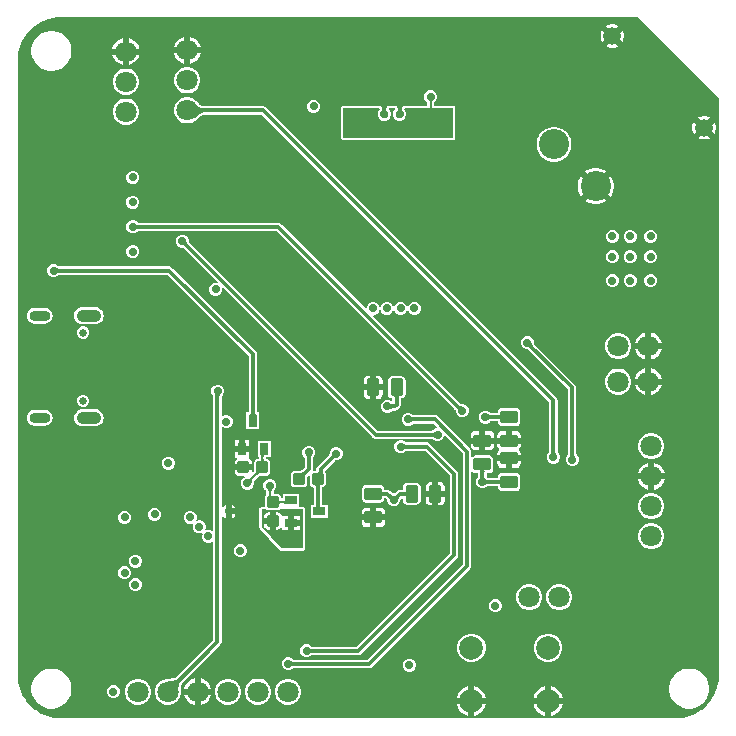
<source format=gbl>
G04*
G04 #@! TF.GenerationSoftware,Altium Limited,Altium Designer,24.4.1 (13)*
G04*
G04 Layer_Physical_Order=4*
G04 Layer_Color=16711680*
%FSLAX25Y25*%
%MOIN*%
G70*
G04*
G04 #@! TF.SameCoordinates,4848AC28-F08C-4A73-8BB8-69E0F556E231*
G04*
G04*
G04 #@! TF.FilePolarity,Positive*
G04*
G01*
G75*
%ADD13C,0.00787*%
G04:AMPARAMS|DCode=25|XSize=57.09mil|YSize=43.31mil|CornerRadius=5.41mil|HoleSize=0mil|Usage=FLASHONLY|Rotation=180.000|XOffset=0mil|YOffset=0mil|HoleType=Round|Shape=RoundedRectangle|*
%AMROUNDEDRECTD25*
21,1,0.05709,0.03248,0,0,180.0*
21,1,0.04626,0.04331,0,0,180.0*
1,1,0.01083,-0.02313,0.01624*
1,1,0.01083,0.02313,0.01624*
1,1,0.01083,0.02313,-0.01624*
1,1,0.01083,-0.02313,-0.01624*
%
%ADD25ROUNDEDRECTD25*%
G04:AMPARAMS|DCode=26|XSize=57.09mil|YSize=43.31mil|CornerRadius=5.41mil|HoleSize=0mil|Usage=FLASHONLY|Rotation=270.000|XOffset=0mil|YOffset=0mil|HoleType=Round|Shape=RoundedRectangle|*
%AMROUNDEDRECTD26*
21,1,0.05709,0.03248,0,0,270.0*
21,1,0.04626,0.04331,0,0,270.0*
1,1,0.01083,-0.01624,-0.02313*
1,1,0.01083,-0.01624,0.02313*
1,1,0.01083,0.01624,0.02313*
1,1,0.01083,0.01624,-0.02313*
%
%ADD26ROUNDEDRECTD26*%
G04:AMPARAMS|DCode=29|XSize=39.37mil|YSize=37.4mil|CornerRadius=4.68mil|HoleSize=0mil|Usage=FLASHONLY|Rotation=90.000|XOffset=0mil|YOffset=0mil|HoleType=Round|Shape=RoundedRectangle|*
%AMROUNDEDRECTD29*
21,1,0.03937,0.02805,0,0,90.0*
21,1,0.03002,0.03740,0,0,90.0*
1,1,0.00935,0.01403,0.01501*
1,1,0.00935,0.01403,-0.01501*
1,1,0.00935,-0.01403,-0.01501*
1,1,0.00935,-0.01403,0.01501*
%
%ADD29ROUNDEDRECTD29*%
G04:AMPARAMS|DCode=32|XSize=39.37mil|YSize=37.4mil|CornerRadius=4.68mil|HoleSize=0mil|Usage=FLASHONLY|Rotation=0.000|XOffset=0mil|YOffset=0mil|HoleType=Round|Shape=RoundedRectangle|*
%AMROUNDEDRECTD32*
21,1,0.03937,0.02805,0,0,0.0*
21,1,0.03002,0.03740,0,0,0.0*
1,1,0.00935,0.01501,-0.01403*
1,1,0.00935,-0.01501,-0.01403*
1,1,0.00935,-0.01501,0.01403*
1,1,0.00935,0.01501,0.01403*
%
%ADD32ROUNDEDRECTD32*%
%ADD95C,0.01181*%
%ADD103C,0.07087*%
%ADD104C,0.02559*%
%ADD105O,0.07087X0.03543*%
%ADD106O,0.08268X0.04134*%
%ADD107C,0.10039*%
%ADD108C,0.05906*%
%ADD109C,0.07874*%
%ADD110C,0.02756*%
%ADD111R,0.02756X0.03937*%
%ADD112R,0.03937X0.02756*%
G36*
X352451Y326948D02*
Y134534D01*
X352451Y134534D01*
X352451Y134534D01*
X352442Y134188D01*
X352309Y132503D01*
X352261Y132135D01*
X351756Y130034D01*
X350882Y127923D01*
X349753Y126081D01*
X349527Y125786D01*
X348353Y124411D01*
X348030Y124088D01*
X346655Y122914D01*
X346360Y122688D01*
X344518Y121559D01*
X342407Y120685D01*
X340306Y120180D01*
X339938Y120132D01*
X338136Y119990D01*
X337908D01*
X337907Y119990D01*
X133532D01*
X133527Y119990D01*
X133183Y119990D01*
X132837Y119999D01*
X131152Y120132D01*
X130784Y120180D01*
X128683Y120685D01*
X126572Y121559D01*
X124729Y122688D01*
X124435Y122914D01*
X123060Y124088D01*
X122737Y124411D01*
X121563Y125786D01*
X121337Y126081D01*
X120208Y127923D01*
X119334Y130034D01*
X118829Y132135D01*
X118781Y132503D01*
X118648Y134188D01*
X118639Y134534D01*
X118639D01*
Y338916D01*
X118639Y339258D01*
X118639D01*
X118648Y339604D01*
X118781Y341289D01*
X118829Y341657D01*
X119334Y343758D01*
X120208Y345869D01*
X121337Y347711D01*
X121563Y348006D01*
X122737Y349381D01*
X123060Y349704D01*
X124435Y350878D01*
X124730Y351104D01*
X126572Y352233D01*
X128683Y353107D01*
X130784Y353612D01*
X131152Y353660D01*
X132837Y353793D01*
X133183Y353802D01*
Y353802D01*
X133183Y353802D01*
X325597D01*
X352451Y326948D01*
D02*
G37*
%LPC*%
G36*
X317456Y351511D02*
X316415D01*
X315410Y351241D01*
X314938Y350969D01*
X316935Y348972D01*
X318932Y350969D01*
X318461Y351241D01*
X317456Y351511D01*
D02*
G37*
G36*
X313524Y349555D02*
X313252Y349084D01*
X312983Y348078D01*
Y347038D01*
X313252Y346032D01*
X313524Y345561D01*
X315521Y347558D01*
X313524Y349555D01*
D02*
G37*
G36*
X320346Y349555D02*
X318350Y347558D01*
X320346Y345561D01*
X320619Y346032D01*
X320888Y347038D01*
Y348078D01*
X320619Y349084D01*
X320346Y349555D01*
D02*
G37*
G36*
X176197Y347113D02*
Y343677D01*
X179632D01*
X179430Y344431D01*
X178832Y345467D01*
X177987Y346313D01*
X176951Y346911D01*
X176197Y347113D01*
D02*
G37*
G36*
X174197D02*
X173443Y346911D01*
X172407Y346313D01*
X171561Y345467D01*
X170963Y344431D01*
X170761Y343677D01*
X174197D01*
Y347113D01*
D02*
G37*
G36*
X316935Y346144D02*
X314938Y344147D01*
X315410Y343875D01*
X316415Y343605D01*
X317456D01*
X318461Y343875D01*
X318932Y344147D01*
X316935Y346144D01*
D02*
G37*
G36*
X155724Y346719D02*
Y343283D01*
X159160D01*
X158958Y344037D01*
X158360Y345073D01*
X157514Y345919D01*
X156478Y346517D01*
X155724Y346719D01*
D02*
G37*
G36*
X153724Y346719D02*
X152971Y346517D01*
X151935Y345919D01*
X151089Y345073D01*
X150491Y344037D01*
X150289Y343283D01*
X153724D01*
Y346719D01*
D02*
G37*
G36*
X174197Y341677D02*
X170761D01*
X170963Y340924D01*
X171561Y339887D01*
X172407Y339042D01*
X173443Y338443D01*
X174197Y338242D01*
Y341677D01*
D02*
G37*
G36*
X179632D02*
X176197D01*
Y338242D01*
X176951Y338443D01*
X177987Y339042D01*
X178832Y339887D01*
X179430Y340924D01*
X179632Y341677D01*
D02*
G37*
G36*
X159160Y341283D02*
X155724D01*
Y337848D01*
X156478Y338050D01*
X157514Y338648D01*
X158360Y339494D01*
X158958Y340530D01*
X159160Y341283D01*
D02*
G37*
G36*
X153724D02*
X150289D01*
X150491Y340530D01*
X151089Y339494D01*
X151935Y338648D01*
X152971Y338050D01*
X153724Y337848D01*
Y341283D01*
D02*
G37*
G36*
X130580Y349213D02*
X129262D01*
X127969Y348955D01*
X126751Y348451D01*
X125655Y347718D01*
X124723Y346786D01*
X123990Y345690D01*
X123486Y344472D01*
X123228Y343179D01*
Y341861D01*
X123486Y340567D01*
X123990Y339349D01*
X124723Y338253D01*
X125655Y337321D01*
X126751Y336589D01*
X127969Y336084D01*
X129262Y335827D01*
X130580D01*
X131874Y336084D01*
X133091Y336589D01*
X134188Y337321D01*
X135120Y338253D01*
X135852Y339349D01*
X136357Y340567D01*
X136614Y341861D01*
Y343179D01*
X136357Y344472D01*
X135852Y345690D01*
X135120Y346786D01*
X134188Y347718D01*
X133091Y348451D01*
X131874Y348955D01*
X130580Y349213D01*
D02*
G37*
G36*
X175767Y337008D02*
X174627D01*
X173525Y336713D01*
X172538Y336143D01*
X171731Y335336D01*
X171161Y334349D01*
X170866Y333247D01*
Y332107D01*
X171161Y331006D01*
X171731Y330018D01*
X172538Y329212D01*
X173525Y328642D01*
X174627Y328346D01*
X175767D01*
X176868Y328642D01*
X177856Y329212D01*
X178662Y330018D01*
X179232Y331006D01*
X179527Y332107D01*
Y333247D01*
X179232Y334349D01*
X178662Y335336D01*
X177856Y336143D01*
X176868Y336713D01*
X175767Y337008D01*
D02*
G37*
G36*
X155295Y336614D02*
X154154D01*
X153053Y336319D01*
X152065Y335749D01*
X151259Y334943D01*
X150689Y333955D01*
X150394Y332854D01*
Y331713D01*
X150689Y330612D01*
X151259Y329624D01*
X152065Y328818D01*
X153053Y328248D01*
X154154Y327953D01*
X155295D01*
X156396Y328248D01*
X157384Y328818D01*
X158190Y329624D01*
X158760Y330612D01*
X159055Y331713D01*
Y332854D01*
X158760Y333955D01*
X158190Y334943D01*
X157384Y335749D01*
X156396Y336319D01*
X155295Y336614D01*
D02*
G37*
G36*
X217754Y326181D02*
X216892D01*
X216096Y325851D01*
X215487Y325242D01*
X215158Y324447D01*
Y323585D01*
X215487Y322789D01*
X216096Y322180D01*
X216892Y321850D01*
X217754D01*
X218549Y322180D01*
X219159Y322789D01*
X219488Y323585D01*
Y324447D01*
X219159Y325242D01*
X218549Y325851D01*
X217754Y326181D01*
D02*
G37*
G36*
X256730Y329331D02*
X255869D01*
X255073Y329001D01*
X254464Y328392D01*
X254134Y327596D01*
Y326735D01*
X254464Y325939D01*
X255073Y325330D01*
X255095Y325320D01*
Y324228D01*
X247652D01*
X247344Y324167D01*
X247084Y323993D01*
X246910Y323732D01*
X246910Y323732D01*
X246765Y323382D01*
X246765Y323382D01*
X246704Y323075D01*
X246765Y322768D01*
X246939Y322508D01*
X247218Y322229D01*
X247426Y321728D01*
Y321186D01*
X247218Y320685D01*
X246835Y320302D01*
X246334Y320094D01*
X245792D01*
X245291Y320302D01*
X244908Y320685D01*
X244701Y321186D01*
Y321728D01*
X244908Y322229D01*
X245187Y322508D01*
X245361Y322768D01*
X245422Y323075D01*
X245361Y323382D01*
X245361Y323382D01*
X245216Y323732D01*
X245216Y323732D01*
X245042Y323993D01*
X244781Y324167D01*
X244474Y324228D01*
X242431D01*
X242124Y324167D01*
X241864Y323993D01*
X241689Y323732D01*
X241689Y323732D01*
X241545Y323382D01*
X241545Y323382D01*
X241483Y323075D01*
X241545Y322768D01*
X241719Y322508D01*
X241998Y322229D01*
X242205Y321728D01*
Y321186D01*
X241998Y320685D01*
X241614Y320302D01*
X241113Y320094D01*
X240571D01*
X240071Y320302D01*
X239687Y320685D01*
X239480Y321186D01*
Y321728D01*
X239687Y322229D01*
X239966Y322508D01*
X240141Y322768D01*
X240201Y323075D01*
X240140Y323382D01*
X240140Y323382D01*
X239996Y323732D01*
X239996Y323732D01*
X239821Y323993D01*
X239561Y324167D01*
X239254Y324228D01*
X227254D01*
X226947Y324167D01*
X226686Y323993D01*
X226512Y323732D01*
X226451Y323425D01*
Y313794D01*
X226451Y313793D01*
X226451Y313793D01*
X226482Y313640D01*
X226512Y313486D01*
X226513Y313486D01*
X226513Y313486D01*
X226598Y313358D01*
X226686Y313226D01*
X226687Y313226D01*
X226687Y313225D01*
X226935Y312978D01*
X226935Y312978D01*
X226935Y312978D01*
X227066Y312891D01*
X227195Y312804D01*
X227196Y312804D01*
X227196Y312804D01*
X227347Y312774D01*
X227503Y312743D01*
X227503Y312744D01*
X227503Y312743D01*
X263781Y312819D01*
X263933Y312849D01*
X264087Y312880D01*
X264088Y312880D01*
X264088Y312880D01*
X264217Y312967D01*
X264347Y313054D01*
X264348Y313054D01*
X264348Y313055D01*
X264435Y313184D01*
X264521Y313314D01*
X264521Y313315D01*
X264522Y313316D01*
X264552Y313468D01*
X264582Y313621D01*
Y323425D01*
X264521Y323732D01*
X264347Y323993D01*
X264087Y324167D01*
X263779Y324228D01*
X257504D01*
Y325320D01*
X257526Y325330D01*
X258135Y325939D01*
X258465Y326735D01*
Y327596D01*
X258135Y328392D01*
X257526Y329001D01*
X256730Y329331D01*
D02*
G37*
G36*
X348078Y320888D02*
X347038D01*
X346032Y320619D01*
X345561Y320347D01*
X347558Y318350D01*
X349555Y320347D01*
X349084Y320619D01*
X348078Y320888D01*
D02*
G37*
G36*
X155295Y326614D02*
X154154D01*
X153053Y326319D01*
X152065Y325749D01*
X151259Y324943D01*
X150689Y323955D01*
X150394Y322854D01*
Y321713D01*
X150689Y320612D01*
X151259Y319624D01*
X152065Y318818D01*
X153053Y318248D01*
X154154Y317953D01*
X155295D01*
X156396Y318248D01*
X157384Y318818D01*
X158190Y319624D01*
X158760Y320612D01*
X159055Y321713D01*
Y322854D01*
X158760Y323955D01*
X158190Y324943D01*
X157384Y325749D01*
X156396Y326319D01*
X155295Y326614D01*
D02*
G37*
G36*
X350969Y318932D02*
X348972Y316935D01*
X350969Y314938D01*
X351241Y315410D01*
X351511Y316415D01*
Y317456D01*
X351241Y318461D01*
X350969Y318932D01*
D02*
G37*
G36*
X344147Y318932D02*
X343875Y318461D01*
X343605Y317456D01*
Y316415D01*
X343875Y315410D01*
X344147Y314938D01*
X346144Y316935D01*
X344147Y318932D01*
D02*
G37*
G36*
X347558Y315521D02*
X345561Y313524D01*
X346032Y313252D01*
X347038Y312983D01*
X348078D01*
X349084Y313252D01*
X349555Y313524D01*
X347558Y315521D01*
D02*
G37*
G36*
X298020Y317175D02*
X296876D01*
X295754Y316951D01*
X294697Y316514D01*
X293746Y315878D01*
X292937Y315069D01*
X292302Y314118D01*
X291864Y313061D01*
X291641Y311940D01*
Y310796D01*
X291864Y309674D01*
X292302Y308617D01*
X292937Y307666D01*
X293746Y306857D01*
X294697Y306221D01*
X295754Y305784D01*
X296876Y305560D01*
X298020D01*
X299142Y305784D01*
X300199Y306221D01*
X301150Y306857D01*
X301959Y307666D01*
X302594Y308617D01*
X303032Y309674D01*
X303255Y310796D01*
Y311940D01*
X303032Y313061D01*
X302594Y314118D01*
X301959Y315069D01*
X301150Y315878D01*
X300199Y316514D01*
X299142Y316951D01*
X298020Y317175D01*
D02*
G37*
G36*
X311960Y303468D02*
X310775D01*
X309612Y303237D01*
X308516Y302783D01*
X307875Y302355D01*
X311368Y298862D01*
X314860Y302355D01*
X314219Y302783D01*
X313123Y303237D01*
X311960Y303468D01*
D02*
G37*
G36*
X157517Y302559D02*
X156656D01*
X155860Y302229D01*
X155251Y301620D01*
X154921Y300824D01*
Y299963D01*
X155251Y299167D01*
X155860Y298558D01*
X156656Y298228D01*
X157517D01*
X158313Y298558D01*
X158922Y299167D01*
X159252Y299963D01*
Y300824D01*
X158922Y301620D01*
X158313Y302229D01*
X157517Y302559D01*
D02*
G37*
G36*
X306461Y300940D02*
X306033Y300300D01*
X305579Y299204D01*
X305348Y298041D01*
Y296855D01*
X305579Y295692D01*
X306033Y294597D01*
X306461Y293956D01*
X309953Y297448D01*
X306461Y300940D01*
D02*
G37*
G36*
X316274Y300940D02*
X312782Y297448D01*
X316274Y293956D01*
X316702Y294597D01*
X317156Y295692D01*
X317387Y296855D01*
Y298041D01*
X317156Y299204D01*
X316702Y300300D01*
X316274Y300940D01*
D02*
G37*
G36*
X311368Y296034D02*
X307875Y292542D01*
X308516Y292113D01*
X309612Y291660D01*
X310775Y291428D01*
X311960D01*
X313123Y291660D01*
X314219Y292113D01*
X314860Y292542D01*
X311368Y296034D01*
D02*
G37*
G36*
X157517Y294291D02*
X156656D01*
X155860Y293962D01*
X155251Y293353D01*
X154921Y292557D01*
Y291695D01*
X155251Y290899D01*
X155860Y290290D01*
X156656Y289961D01*
X157517D01*
X158313Y290290D01*
X158922Y290899D01*
X159252Y291695D01*
Y292557D01*
X158922Y293353D01*
X158313Y293962D01*
X157517Y294291D01*
D02*
G37*
G36*
X330155Y282874D02*
X329294D01*
X328498Y282544D01*
X327889Y281935D01*
X327559Y281139D01*
Y280278D01*
X327889Y279482D01*
X328498Y278873D01*
X329294Y278543D01*
X330155D01*
X330951Y278873D01*
X331560Y279482D01*
X331890Y280278D01*
Y281139D01*
X331560Y281935D01*
X330951Y282544D01*
X330155Y282874D01*
D02*
G37*
G36*
X323265D02*
X322404D01*
X321608Y282544D01*
X320999Y281935D01*
X320669Y281139D01*
Y280278D01*
X320999Y279482D01*
X321608Y278873D01*
X322404Y278543D01*
X323265D01*
X324061Y278873D01*
X324670Y279482D01*
X325000Y280278D01*
Y281139D01*
X324670Y281935D01*
X324061Y282544D01*
X323265Y282874D01*
D02*
G37*
G36*
X317360D02*
X316498D01*
X315703Y282544D01*
X315093Y281935D01*
X314764Y281139D01*
Y280278D01*
X315093Y279482D01*
X315703Y278873D01*
X316498Y278543D01*
X317360D01*
X318156Y278873D01*
X318765Y279482D01*
X319094Y280278D01*
Y281139D01*
X318765Y281935D01*
X318156Y282544D01*
X317360Y282874D01*
D02*
G37*
G36*
X157517Y277756D02*
X156656D01*
X155860Y277426D01*
X155251Y276817D01*
X154921Y276021D01*
Y275160D01*
X155251Y274364D01*
X155860Y273755D01*
X156656Y273425D01*
X157517D01*
X158313Y273755D01*
X158922Y274364D01*
X159252Y275160D01*
Y276021D01*
X158922Y276817D01*
X158313Y277426D01*
X157517Y277756D01*
D02*
G37*
G36*
X330155Y275984D02*
X329294D01*
X328498Y275655D01*
X327889Y275045D01*
X327559Y274250D01*
Y273388D01*
X327889Y272592D01*
X328498Y271983D01*
X329294Y271654D01*
X330155D01*
X330951Y271983D01*
X331560Y272592D01*
X331890Y273388D01*
Y274250D01*
X331560Y275045D01*
X330951Y275655D01*
X330155Y275984D01*
D02*
G37*
G36*
X323265D02*
X322404D01*
X321608Y275655D01*
X320999Y275045D01*
X320669Y274250D01*
Y273388D01*
X320999Y272592D01*
X321608Y271983D01*
X322404Y271654D01*
X323265D01*
X324061Y271983D01*
X324670Y272592D01*
X325000Y273388D01*
Y274250D01*
X324670Y275045D01*
X324061Y275655D01*
X323265Y275984D01*
D02*
G37*
G36*
X317360D02*
X316498D01*
X315703Y275655D01*
X315093Y275045D01*
X314764Y274250D01*
Y273388D01*
X315093Y272592D01*
X315703Y271983D01*
X316498Y271654D01*
X317360D01*
X318156Y271983D01*
X318765Y272592D01*
X319094Y273388D01*
Y274250D01*
X318765Y275045D01*
X318156Y275655D01*
X317360Y275984D01*
D02*
G37*
G36*
X174053Y281299D02*
X173191D01*
X172396Y280970D01*
X171786Y280360D01*
X171457Y279565D01*
Y278703D01*
X171786Y277907D01*
X172396Y277298D01*
X173191Y276969D01*
X173543D01*
X173604Y276954D01*
X173670Y276951D01*
X173697Y276947D01*
X173727Y276940D01*
X173763Y276928D01*
X173804Y276910D01*
X173852Y276884D01*
X173906Y276850D01*
X173958Y276811D01*
X185343Y265426D01*
X185145Y265129D01*
X185076Y265158D01*
X184215D01*
X183419Y264828D01*
X182810Y264219D01*
X182480Y263423D01*
Y262561D01*
X182810Y261766D01*
X183419Y261156D01*
X184215Y260827D01*
X185076D01*
X185872Y261156D01*
X186481Y261766D01*
X186811Y262561D01*
Y263423D01*
X186783Y263491D01*
X187079Y263690D01*
X237195Y213574D01*
X237651Y213269D01*
X238189Y213162D01*
X256782D01*
X256846Y213153D01*
X256908Y213139D01*
X256960Y213123D01*
X257002Y213107D01*
X257036Y213090D01*
X257063Y213074D01*
X257084Y213057D01*
X257132Y213013D01*
X257186Y212980D01*
X257435Y212731D01*
X258231Y212402D01*
X259092D01*
X259888Y212731D01*
X260497Y213340D01*
X260827Y214136D01*
Y214156D01*
X261150Y214289D01*
X267099Y208341D01*
Y171448D01*
X235282Y139631D01*
X210738D01*
X210674Y139640D01*
X210611Y139654D01*
X210559Y139670D01*
X210517Y139686D01*
X210484Y139703D01*
X210457Y139719D01*
X210435Y139736D01*
X210387Y139780D01*
X210333Y139813D01*
X210085Y140062D01*
X209289Y140391D01*
X208428D01*
X207632Y140062D01*
X207023Y139453D01*
X206693Y138657D01*
Y137795D01*
X207023Y136999D01*
X207632Y136390D01*
X208428Y136061D01*
X209289D01*
X210085Y136390D01*
X210333Y136639D01*
X210387Y136672D01*
X210435Y136716D01*
X210457Y136733D01*
X210484Y136749D01*
X210517Y136766D01*
X210559Y136782D01*
X210611Y136798D01*
X210674Y136812D01*
X210738Y136821D01*
X235864D01*
X236401Y136928D01*
X236857Y137232D01*
X269497Y169873D01*
X269802Y170328D01*
X269909Y170866D01*
Y202174D01*
X270259Y202280D01*
X270351Y202142D01*
X270791Y201849D01*
X271309Y201746D01*
X272205D01*
X272211Y201709D01*
X272217Y201636D01*
Y200698D01*
X272208Y200635D01*
X272194Y200572D01*
X272178Y200520D01*
X272162Y200478D01*
X272145Y200444D01*
X272129Y200418D01*
X272112Y200396D01*
X272068Y200348D01*
X272035Y200294D01*
X271786Y200045D01*
X271457Y199250D01*
Y198388D01*
X271786Y197592D01*
X272395Y196983D01*
X273191Y196653D01*
X274053D01*
X274849Y196983D01*
X275097Y197232D01*
X275151Y197265D01*
X275199Y197309D01*
X275221Y197326D01*
X275248Y197342D01*
X275281Y197359D01*
X275323Y197375D01*
X275375Y197391D01*
X275438Y197405D01*
X275501Y197414D01*
X278703D01*
X278776Y197408D01*
X278813Y197401D01*
Y197195D01*
X278916Y196676D01*
X279209Y196237D01*
X279649Y195943D01*
X280167Y195840D01*
X284793D01*
X285312Y195943D01*
X285751Y196237D01*
X286045Y196676D01*
X286148Y197195D01*
Y200443D01*
X286045Y200961D01*
X285751Y201401D01*
X285312Y201694D01*
X284793Y201798D01*
X280167D01*
X279649Y201694D01*
X279209Y201401D01*
X278916Y200961D01*
X278813Y200443D01*
Y200236D01*
X278776Y200230D01*
X278703Y200224D01*
X275501D01*
X275438Y200233D01*
X275375Y200247D01*
X275323Y200263D01*
X275281Y200279D01*
X275248Y200296D01*
X275221Y200312D01*
X275199Y200329D01*
X275164Y200361D01*
X275132Y200396D01*
X275115Y200418D01*
X275099Y200444D01*
X275082Y200478D01*
X275066Y200520D01*
X275050Y200572D01*
X275036Y200635D01*
X275027Y200698D01*
Y201636D01*
X275033Y201709D01*
X275039Y201746D01*
X275935D01*
X276453Y201849D01*
X276893Y202142D01*
X277187Y202582D01*
X277290Y203100D01*
Y206348D01*
X277187Y206867D01*
X276893Y207306D01*
X276453Y207600D01*
X275935Y207703D01*
X271309D01*
X270791Y207600D01*
X270351Y207306D01*
X270259Y207168D01*
X269909Y207275D01*
Y208923D01*
X269802Y209460D01*
X269497Y209916D01*
X258735Y220678D01*
X258279Y220983D01*
X257741Y221090D01*
X250698D01*
X250635Y221099D01*
X250572Y221113D01*
X250520Y221129D01*
X250478Y221145D01*
X250444Y221162D01*
X250418Y221178D01*
X250396Y221195D01*
X250348Y221239D01*
X250294Y221272D01*
X250045Y221521D01*
X249250Y221850D01*
X248388D01*
X247592Y221521D01*
X246983Y220912D01*
X246654Y220116D01*
Y219254D01*
X246983Y218459D01*
X247592Y217849D01*
X248388Y217520D01*
X249250D01*
X250045Y217849D01*
X250294Y218098D01*
X250348Y218131D01*
X250396Y218175D01*
X250418Y218192D01*
X250444Y218208D01*
X250478Y218225D01*
X250520Y218241D01*
X250572Y218257D01*
X250635Y218271D01*
X250698Y218280D01*
X257159D01*
X258384Y217056D01*
X258250Y216732D01*
X258231D01*
X257435Y216403D01*
X257186Y216154D01*
X257132Y216121D01*
X257084Y216077D01*
X257063Y216060D01*
X257036Y216044D01*
X257002Y216027D01*
X256960Y216011D01*
X256908Y215995D01*
X256846Y215981D01*
X256782Y215972D01*
X238771D01*
X175944Y278798D01*
X175906Y278850D01*
X175872Y278904D01*
X175846Y278952D01*
X175828Y278993D01*
X175816Y279029D01*
X175809Y279059D01*
X175805Y279086D01*
X175802Y279152D01*
X175787Y279213D01*
Y279565D01*
X175458Y280360D01*
X174849Y280970D01*
X174053Y281299D01*
D02*
G37*
G36*
X330155Y268110D02*
X329294D01*
X328498Y267781D01*
X327889Y267171D01*
X327559Y266376D01*
Y265514D01*
X327889Y264718D01*
X328498Y264109D01*
X329294Y263779D01*
X330155D01*
X330951Y264109D01*
X331560Y264718D01*
X331890Y265514D01*
Y266376D01*
X331560Y267171D01*
X330951Y267781D01*
X330155Y268110D01*
D02*
G37*
G36*
X323265D02*
X322404D01*
X321608Y267781D01*
X320999Y267171D01*
X320669Y266376D01*
Y265514D01*
X320999Y264718D01*
X321608Y264109D01*
X322404Y263779D01*
X323265D01*
X324061Y264109D01*
X324670Y264718D01*
X325000Y265514D01*
Y266376D01*
X324670Y267171D01*
X324061Y267781D01*
X323265Y268110D01*
D02*
G37*
G36*
X317360D02*
X316498D01*
X315703Y267781D01*
X315093Y267171D01*
X314764Y266376D01*
Y265514D01*
X315093Y264718D01*
X315703Y264109D01*
X316498Y263779D01*
X317360D01*
X318156Y264109D01*
X318765Y264718D01*
X319094Y265514D01*
Y266376D01*
X318765Y267171D01*
X318156Y267781D01*
X317360Y268110D01*
D02*
G37*
G36*
X157517Y286024D02*
X156656D01*
X155860Y285694D01*
X155251Y285085D01*
X154921Y284289D01*
Y283428D01*
X155251Y282632D01*
X155860Y282023D01*
X156656Y281693D01*
X157517D01*
X158313Y282023D01*
X158562Y282271D01*
X158616Y282304D01*
X158664Y282348D01*
X158686Y282365D01*
X158712Y282382D01*
X158746Y282398D01*
X158788Y282415D01*
X158840Y282430D01*
X158902Y282444D01*
X158966Y282453D01*
X204985D01*
X264506Y222932D01*
X264544Y222881D01*
X264579Y222827D01*
X264605Y222779D01*
X264623Y222738D01*
X264635Y222702D01*
X264642Y222672D01*
X264646Y222644D01*
X264648Y222579D01*
X264663Y222518D01*
Y222166D01*
X264993Y221370D01*
X265602Y220761D01*
X266398Y220431D01*
X267259D01*
X268055Y220761D01*
X268664Y221370D01*
X268994Y222166D01*
Y223027D01*
X268664Y223823D01*
X268055Y224432D01*
X267259Y224762D01*
X266908D01*
X266846Y224777D01*
X266781Y224780D01*
X266754Y224783D01*
X266723Y224791D01*
X266688Y224802D01*
X266646Y224820D01*
X266599Y224846D01*
X266544Y224881D01*
X266493Y224919D01*
X237208Y254204D01*
X237342Y254528D01*
X237570D01*
X238366Y254857D01*
X238975Y255466D01*
X239246Y256122D01*
X239625D01*
X239897Y255466D01*
X240506Y254857D01*
X241302Y254528D01*
X242163D01*
X242959Y254857D01*
X243568Y255466D01*
X243839Y256122D01*
X244218D01*
X244490Y255466D01*
X245099Y254857D01*
X245895Y254528D01*
X246756D01*
X247552Y254857D01*
X248161Y255466D01*
X248433Y256122D01*
X248812D01*
X249083Y255466D01*
X249692Y254857D01*
X250488Y254528D01*
X251349D01*
X252145Y254857D01*
X252754Y255466D01*
X253084Y256262D01*
Y257124D01*
X252754Y257920D01*
X252145Y258529D01*
X251349Y258858D01*
X250488D01*
X249692Y258529D01*
X249083Y257920D01*
X248812Y257264D01*
X248433D01*
X248161Y257920D01*
X247552Y258529D01*
X246756Y258858D01*
X245895D01*
X245099Y258529D01*
X244490Y257920D01*
X244218Y257264D01*
X243839D01*
X243568Y257920D01*
X242959Y258529D01*
X242163Y258858D01*
X241302D01*
X240506Y258529D01*
X239897Y257920D01*
X239625Y257264D01*
X239246D01*
X238975Y257920D01*
X238366Y258529D01*
X237570Y258858D01*
X236708D01*
X235912Y258529D01*
X235303Y257920D01*
X234974Y257124D01*
Y256896D01*
X234650Y256762D01*
X206560Y284852D01*
X206105Y285156D01*
X205567Y285263D01*
X158966D01*
X158903Y285273D01*
X158840Y285286D01*
X158788Y285302D01*
X158746Y285318D01*
X158712Y285335D01*
X158686Y285351D01*
X158664Y285368D01*
X158616Y285412D01*
X158562Y285445D01*
X158313Y285694D01*
X157517Y286024D01*
D02*
G37*
G36*
X127756Y256794D02*
X124213D01*
X123545Y256706D01*
X122922Y256448D01*
X122388Y256038D01*
X121977Y255503D01*
X121719Y254881D01*
X121632Y254213D01*
X121719Y253545D01*
X121977Y252922D01*
X122388Y252387D01*
X122922Y251977D01*
X123545Y251719D01*
X124213Y251631D01*
X127756D01*
X128424Y251719D01*
X129046Y251977D01*
X129581Y252387D01*
X129991Y252922D01*
X130249Y253545D01*
X130337Y254213D01*
X130249Y254881D01*
X129991Y255503D01*
X129581Y256038D01*
X129046Y256448D01*
X128424Y256706D01*
X127756Y256794D01*
D02*
G37*
G36*
X144508Y257092D02*
X140374D01*
X139629Y256994D01*
X138935Y256706D01*
X138338Y256248D01*
X137881Y255652D01*
X137593Y254958D01*
X137495Y254213D01*
X137593Y253467D01*
X137881Y252773D01*
X138338Y252177D01*
X138935Y251719D01*
X139629Y251432D01*
X140374Y251334D01*
X144508D01*
X145253Y251432D01*
X145947Y251719D01*
X146544Y252177D01*
X147001Y252773D01*
X147289Y253467D01*
X147387Y254213D01*
X147289Y254958D01*
X147001Y255652D01*
X146544Y256248D01*
X145947Y256706D01*
X145253Y256994D01*
X144508Y257092D01*
D02*
G37*
G36*
X140884Y250650D02*
X140061D01*
X139302Y250335D01*
X138720Y249753D01*
X138406Y248994D01*
Y248171D01*
X138720Y247412D01*
X139302Y246830D01*
X140061Y246516D01*
X140884D01*
X141643Y246830D01*
X142225Y247412D01*
X142539Y248171D01*
Y248994D01*
X142225Y249753D01*
X141643Y250335D01*
X140884Y250650D01*
D02*
G37*
G36*
X329898Y248530D02*
Y245094D01*
X333333D01*
X333131Y245848D01*
X332533Y246884D01*
X331687Y247730D01*
X330651Y248328D01*
X329898Y248530D01*
D02*
G37*
G36*
X327898D02*
X327144Y248328D01*
X326108Y247730D01*
X325262Y246884D01*
X324664Y245848D01*
X324462Y245094D01*
X327898D01*
Y248530D01*
D02*
G37*
G36*
X319468Y248425D02*
X318327D01*
X317226Y248130D01*
X316238Y247560D01*
X315432Y246754D01*
X314862Y245766D01*
X314567Y244665D01*
Y243524D01*
X314862Y242423D01*
X315432Y241435D01*
X316238Y240629D01*
X317226Y240059D01*
X318327Y239764D01*
X319468D01*
X320569Y240059D01*
X321557Y240629D01*
X322363Y241435D01*
X322933Y242423D01*
X323228Y243524D01*
Y244665D01*
X322933Y245766D01*
X322363Y246754D01*
X321557Y247560D01*
X320569Y248130D01*
X319468Y248425D01*
D02*
G37*
G36*
X333333Y243094D02*
X329898D01*
Y239659D01*
X330651Y239861D01*
X331687Y240459D01*
X332533Y241305D01*
X333131Y242341D01*
X333333Y243094D01*
D02*
G37*
G36*
X327898D02*
X324462D01*
X324664Y242341D01*
X325262Y241305D01*
X326108Y240459D01*
X327144Y239861D01*
X327898Y239659D01*
Y243094D01*
D02*
G37*
G36*
X329898Y236719D02*
Y233283D01*
X333333D01*
X333131Y234037D01*
X332533Y235073D01*
X331687Y235919D01*
X330651Y236517D01*
X329898Y236719D01*
D02*
G37*
G36*
X327898D02*
X327144Y236517D01*
X326108Y235919D01*
X325262Y235073D01*
X324664Y234037D01*
X324462Y233283D01*
X327898D01*
Y236719D01*
D02*
G37*
G36*
X238829Y234200D02*
X238205D01*
Y231315D01*
X240400D01*
Y232628D01*
X240281Y233229D01*
X239940Y233739D01*
X239430Y234080D01*
X238829Y234200D01*
D02*
G37*
G36*
X236205D02*
X235581D01*
X234979Y234080D01*
X234470Y233739D01*
X234129Y233229D01*
X234009Y232628D01*
Y231315D01*
X236205D01*
Y234200D01*
D02*
G37*
G36*
X319468Y236614D02*
X318327D01*
X317226Y236319D01*
X316238Y235749D01*
X315432Y234943D01*
X314862Y233955D01*
X314567Y232854D01*
Y231713D01*
X314862Y230612D01*
X315432Y229624D01*
X316238Y228818D01*
X317226Y228248D01*
X318327Y227953D01*
X319468D01*
X320569Y228248D01*
X321557Y228818D01*
X322363Y229624D01*
X322933Y230612D01*
X323228Y231713D01*
Y232854D01*
X322933Y233955D01*
X322363Y234943D01*
X321557Y235749D01*
X320569Y236319D01*
X319468Y236614D01*
D02*
G37*
G36*
X333333Y231283D02*
X329898D01*
Y227848D01*
X330651Y228050D01*
X331687Y228648D01*
X332533Y229494D01*
X333131Y230530D01*
X333333Y231283D01*
D02*
G37*
G36*
X327898D02*
X324462D01*
X324664Y230530D01*
X325262Y229494D01*
X326108Y228648D01*
X327144Y228050D01*
X327898Y227848D01*
Y231283D01*
D02*
G37*
G36*
X240400Y229315D02*
X238205D01*
Y226430D01*
X238829D01*
X239430Y226550D01*
X239940Y226891D01*
X240281Y227401D01*
X240400Y228002D01*
Y229315D01*
D02*
G37*
G36*
X236205D02*
X234009D01*
Y228002D01*
X234129Y227401D01*
X234470Y226891D01*
X234979Y226550D01*
X235581Y226430D01*
X236205D01*
Y229315D01*
D02*
G37*
G36*
X246703Y233983D02*
X243455D01*
X242936Y233880D01*
X242497Y233586D01*
X242203Y233146D01*
X242100Y232628D01*
Y228002D01*
X242203Y227484D01*
X242497Y227044D01*
X242936Y226750D01*
X243455Y226647D01*
X243563D01*
X243569Y226610D01*
X243575Y226538D01*
Y225973D01*
X243225Y225828D01*
X243141Y225913D01*
X242345Y226243D01*
X241483D01*
X240687Y225913D01*
X240078Y225304D01*
X239749Y224508D01*
Y223647D01*
X240078Y222851D01*
X240687Y222242D01*
X241483Y221912D01*
X242345D01*
X243141Y222242D01*
X243335Y222436D01*
X243373Y222458D01*
X243424Y222501D01*
X243450Y222519D01*
X243481Y222537D01*
X243520Y222555D01*
X243567Y222572D01*
X243623Y222588D01*
X243690Y222602D01*
X243755Y222611D01*
X244532D01*
X245070Y222718D01*
X245525Y223022D01*
X245974Y223471D01*
X246278Y223926D01*
X246385Y224464D01*
Y226538D01*
X246392Y226610D01*
X246398Y226647D01*
X246703D01*
X247221Y226750D01*
X247661Y227044D01*
X247954Y227484D01*
X248058Y228002D01*
Y232628D01*
X247954Y233146D01*
X247661Y233586D01*
X247221Y233880D01*
X246703Y233983D01*
D02*
G37*
G36*
X140884Y227894D02*
X140061D01*
X139302Y227579D01*
X138720Y226998D01*
X138406Y226238D01*
Y225416D01*
X138720Y224656D01*
X139302Y224075D01*
X140061Y223760D01*
X140884D01*
X141643Y224075D01*
X142225Y224656D01*
X142539Y225416D01*
Y226238D01*
X142225Y226998D01*
X141643Y227579D01*
X140884Y227894D01*
D02*
G37*
G36*
X284793Y223451D02*
X280167D01*
X279649Y223348D01*
X279209Y223054D01*
X278916Y222615D01*
X278813Y222096D01*
Y221890D01*
X278776Y221884D01*
X278703Y221877D01*
X276486D01*
X276422Y221887D01*
X276359Y221901D01*
X276307Y221916D01*
X276266Y221933D01*
X276232Y221949D01*
X276205Y221966D01*
X276183Y221982D01*
X276135Y222026D01*
X276081Y222059D01*
X275833Y222308D01*
X275037Y222638D01*
X274176D01*
X273380Y222308D01*
X272771Y221699D01*
X272441Y220903D01*
Y220042D01*
X272771Y219246D01*
X273380Y218637D01*
X274176Y218307D01*
X275037D01*
X275833Y218637D01*
X276081Y218885D01*
X276135Y218918D01*
X276183Y218963D01*
X276205Y218979D01*
X276232Y218996D01*
X276265Y219012D01*
X276307Y219029D01*
X276359Y219044D01*
X276422Y219058D01*
X276486Y219068D01*
X278703D01*
X278776Y219061D01*
X278813Y219055D01*
Y218848D01*
X278916Y218330D01*
X279209Y217891D01*
X279649Y217597D01*
X280167Y217494D01*
X284793D01*
X285312Y217597D01*
X285751Y217891D01*
X286045Y218330D01*
X286148Y218848D01*
Y222096D01*
X286045Y222615D01*
X285751Y223054D01*
X285312Y223348D01*
X284793Y223451D01*
D02*
G37*
G36*
X127756Y222778D02*
X124213D01*
X123545Y222690D01*
X122922Y222432D01*
X122388Y222022D01*
X121977Y221487D01*
X121719Y220865D01*
X121632Y220197D01*
X121719Y219529D01*
X121977Y218906D01*
X122388Y218372D01*
X122922Y217962D01*
X123545Y217704D01*
X124213Y217616D01*
X127756D01*
X128424Y217704D01*
X129046Y217962D01*
X129581Y218372D01*
X129991Y218906D01*
X130249Y219529D01*
X130337Y220197D01*
X130249Y220865D01*
X129991Y221487D01*
X129581Y222022D01*
X129046Y222432D01*
X128424Y222690D01*
X127756Y222778D01*
D02*
G37*
G36*
X144508Y223076D02*
X140374D01*
X139629Y222978D01*
X138935Y222690D01*
X138338Y222233D01*
X137881Y221636D01*
X137593Y220942D01*
X137495Y220197D01*
X137593Y219452D01*
X137881Y218757D01*
X138338Y218161D01*
X138935Y217704D01*
X139629Y217416D01*
X140374Y217318D01*
X144508D01*
X145253Y217416D01*
X145947Y217704D01*
X146544Y218161D01*
X147001Y218757D01*
X147289Y219452D01*
X147387Y220197D01*
X147289Y220942D01*
X147001Y221636D01*
X146544Y222233D01*
X145947Y222690D01*
X145253Y222978D01*
X144508Y223076D01*
D02*
G37*
G36*
X185864Y231299D02*
X185002D01*
X184206Y230970D01*
X183597Y230360D01*
X183268Y229565D01*
Y228703D01*
X183597Y227907D01*
X183704Y227801D01*
X183723Y227767D01*
X183742Y227726D01*
X183761Y227676D01*
X183779Y227618D01*
X183795Y227551D01*
X183806Y227484D01*
X183816Y227384D01*
Y183642D01*
X183847Y183484D01*
Y182665D01*
X183524Y182531D01*
X183510Y182544D01*
X182714Y182874D01*
X181853D01*
X181365Y182672D01*
X181097Y182940D01*
X181299Y183428D01*
Y184289D01*
X180970Y185085D01*
X180360Y185694D01*
X179565Y186024D01*
X178703D01*
X178453Y185920D01*
X178185Y186188D01*
X178347Y186577D01*
Y187439D01*
X178017Y188234D01*
X177408Y188844D01*
X176612Y189173D01*
X175750D01*
X174954Y188844D01*
X174345Y188234D01*
X174016Y187439D01*
Y186577D01*
X174345Y185781D01*
X174954Y185172D01*
X175750Y184843D01*
X176612D01*
X176862Y184946D01*
X177130Y184678D01*
X176969Y184289D01*
Y183428D01*
X177298Y182632D01*
X177907Y182023D01*
X178703Y181693D01*
X179565D01*
X180052Y181895D01*
X180320Y181627D01*
X180118Y181139D01*
Y180278D01*
X180448Y179482D01*
X181057Y178873D01*
X181853Y178543D01*
X182714D01*
X183510Y178873D01*
X183524Y178887D01*
X183847Y178753D01*
Y146109D01*
X171553Y133816D01*
X171542Y133806D01*
X171400Y133714D01*
X171214Y133623D01*
X170985Y133537D01*
X170711Y133460D01*
X170393Y133395D01*
X170041Y133344D01*
X169178Y133286D01*
X168691Y133283D01*
X168617Y133268D01*
X168091D01*
X166990Y132973D01*
X166002Y132402D01*
X165196Y131596D01*
X164626Y130609D01*
X164331Y129507D01*
Y128367D01*
X164626Y127265D01*
X165196Y126278D01*
X166002Y125472D01*
X166990Y124901D01*
X168091Y124606D01*
X169232D01*
X170333Y124901D01*
X171320Y125472D01*
X172127Y126278D01*
X172697Y127265D01*
X172992Y128367D01*
Y128893D01*
X173007Y128967D01*
X173011Y129454D01*
X173069Y130317D01*
X173119Y130669D01*
X173184Y130986D01*
X173261Y131260D01*
X173347Y131490D01*
X173438Y131675D01*
X173531Y131818D01*
X173540Y131829D01*
X186245Y144534D01*
X186550Y144990D01*
X186657Y145528D01*
Y183611D01*
X186625Y183769D01*
Y187563D01*
X186846Y187607D01*
X186975Y187614D01*
X187629Y186960D01*
X187976Y186817D01*
Y188976D01*
Y191136D01*
X187629Y190992D01*
X186975Y190338D01*
X186846Y190346D01*
X186625Y190390D01*
Y216942D01*
X186949Y217076D01*
X186962Y217062D01*
X187758Y216732D01*
X188620D01*
X189416Y217062D01*
X190025Y217671D01*
X190354Y218467D01*
Y219328D01*
X190025Y220124D01*
X189416Y220733D01*
X188620Y221063D01*
X187758D01*
X186962Y220733D01*
X186949Y220720D01*
X186625Y220854D01*
Y227157D01*
X186635Y227214D01*
X186647Y227262D01*
X186660Y227298D01*
X186661Y227299D01*
X187269Y227907D01*
X187598Y228703D01*
Y229565D01*
X187269Y230360D01*
X186660Y230970D01*
X185864Y231299D01*
D02*
G37*
G36*
X131139Y271457D02*
X130278D01*
X129482Y271127D01*
X128873Y270518D01*
X128543Y269722D01*
Y268861D01*
X128873Y268065D01*
X129482Y267456D01*
X130278Y267126D01*
X131139D01*
X131935Y267456D01*
X132184Y267704D01*
X132238Y267737D01*
X132286Y267782D01*
X132308Y267798D01*
X132334Y267815D01*
X132368Y267831D01*
X132410Y267848D01*
X132462Y267863D01*
X132525Y267877D01*
X132588Y267886D01*
X168709D01*
X195696Y240900D01*
Y222157D01*
X195690Y222084D01*
X195681Y222031D01*
X194936D01*
Y216520D01*
X199267D01*
Y222031D01*
X198521D01*
X198512Y222084D01*
X198506Y222157D01*
Y241481D01*
X198399Y242019D01*
X198095Y242475D01*
X170285Y270285D01*
X169829Y270589D01*
X169291Y270696D01*
X132588D01*
X132525Y270706D01*
X132462Y270720D01*
X132410Y270735D01*
X132368Y270751D01*
X132334Y270768D01*
X132308Y270784D01*
X132286Y270801D01*
X132238Y270845D01*
X132184Y270878D01*
X131935Y271127D01*
X131139Y271457D01*
D02*
G37*
G36*
X275935Y215794D02*
X274622D01*
Y213598D01*
X277507D01*
Y214222D01*
X277387Y214824D01*
X277046Y215334D01*
X276536Y215674D01*
X275935Y215794D01*
D02*
G37*
G36*
X272622D02*
X271309D01*
X270708Y215674D01*
X270198Y215334D01*
X269857Y214824D01*
X269738Y214222D01*
Y213598D01*
X272622D01*
Y215794D01*
D02*
G37*
G36*
X284793Y215794D02*
X283480D01*
Y213598D01*
X286365D01*
Y214222D01*
X286245Y214824D01*
X285905Y215334D01*
X285395Y215674D01*
X284793Y215794D01*
D02*
G37*
G36*
X281480D02*
X280167D01*
X279566Y215674D01*
X279056Y215334D01*
X278715Y214824D01*
X278596Y214222D01*
Y213598D01*
X281480D01*
Y215794D01*
D02*
G37*
G36*
X195739Y212795D02*
X194361D01*
Y210827D01*
X195739D01*
Y212795D01*
D02*
G37*
G36*
X192361D02*
X190983D01*
Y210827D01*
X192361D01*
Y212795D01*
D02*
G37*
G36*
X277507Y211598D02*
X274622D01*
Y209403D01*
X275935D01*
X276536Y209523D01*
X277046Y209863D01*
X277387Y210373D01*
X277507Y210974D01*
Y211598D01*
D02*
G37*
G36*
X272622D02*
X269738D01*
Y210974D01*
X269857Y210373D01*
X270198Y209863D01*
X270708Y209523D01*
X271309Y209403D01*
X272622D01*
Y211598D01*
D02*
G37*
G36*
X286365Y211598D02*
X282480D01*
X278596D01*
Y210974D01*
X278715Y210373D01*
X279056Y209863D01*
X279120Y209821D01*
Y209471D01*
X279056Y209428D01*
X278715Y208918D01*
X278596Y208317D01*
Y207693D01*
X286365D01*
Y208317D01*
X286245Y208918D01*
X285905Y209428D01*
X285841Y209471D01*
Y209821D01*
X285905Y209863D01*
X286245Y210373D01*
X286365Y210974D01*
Y211598D01*
D02*
G37*
G36*
X330491Y215039D02*
X329351D01*
X328250Y214744D01*
X327262Y214174D01*
X326456Y213368D01*
X325886Y212380D01*
X325591Y211279D01*
Y210139D01*
X325886Y209037D01*
X326456Y208050D01*
X327262Y207243D01*
X328250Y206673D01*
X329351Y206378D01*
X330491D01*
X331593Y206673D01*
X332580Y207243D01*
X333387Y208050D01*
X333957Y209037D01*
X334252Y210139D01*
Y211279D01*
X333957Y212380D01*
X333387Y213368D01*
X332580Y214174D01*
X331593Y214744D01*
X330491Y215039D01*
D02*
G37*
G36*
X175767Y327008D02*
X174627D01*
X173525Y326713D01*
X172538Y326143D01*
X171731Y325336D01*
X171161Y324349D01*
X170866Y323247D01*
Y322107D01*
X171161Y321006D01*
X171731Y320018D01*
X172538Y319212D01*
X173525Y318642D01*
X174627Y318347D01*
X175767D01*
X176868Y318642D01*
X177856Y319212D01*
X178228Y319584D01*
X178291Y319625D01*
X178638Y319967D01*
X179289Y320536D01*
X179573Y320749D01*
X179844Y320928D01*
X180092Y321068D01*
X180315Y321169D01*
X180511Y321236D01*
X180677Y321271D01*
X180691Y321272D01*
X199969D01*
X295839Y225402D01*
Y208966D01*
X295830Y208903D01*
X295816Y208840D01*
X295800Y208788D01*
X295784Y208746D01*
X295767Y208712D01*
X295751Y208685D01*
X295734Y208664D01*
X295690Y208616D01*
X295657Y208562D01*
X295408Y208313D01*
X295079Y207517D01*
Y206656D01*
X295408Y205860D01*
X296018Y205251D01*
X296813Y204921D01*
X297675D01*
X298471Y205251D01*
X299080Y205860D01*
X299409Y206656D01*
Y207517D01*
X299080Y208313D01*
X298831Y208562D01*
X298798Y208616D01*
X298754Y208664D01*
X298737Y208685D01*
X298721Y208712D01*
X298704Y208746D01*
X298688Y208788D01*
X298672Y208840D01*
X298658Y208902D01*
X298649Y208966D01*
Y225984D01*
X298542Y226522D01*
X298237Y226978D01*
X201545Y323671D01*
X201089Y323975D01*
X200551Y324082D01*
X180691D01*
X180677Y324083D01*
X180511Y324119D01*
X180315Y324185D01*
X180092Y324287D01*
X179844Y324426D01*
X179573Y324605D01*
X179289Y324818D01*
X178638Y325387D01*
X178291Y325729D01*
X178228Y325771D01*
X177856Y326143D01*
X176868Y326713D01*
X175767Y327008D01*
D02*
G37*
G36*
X195739Y208827D02*
X193361D01*
X190983D01*
Y206858D01*
X191721D01*
X191827Y206508D01*
X191491Y206283D01*
X191167Y205798D01*
X191053Y205225D01*
Y204724D01*
X193952D01*
X196850D01*
Y205225D01*
X196737Y205798D01*
X196412Y206283D01*
X195947Y206594D01*
X195836Y206735D01*
X195739Y206871D01*
X195739Y207002D01*
Y208827D01*
D02*
G37*
G36*
X289013Y247441D02*
X288152D01*
X287356Y247111D01*
X286747Y246502D01*
X286417Y245706D01*
Y244845D01*
X286747Y244049D01*
X287356Y243440D01*
X288152Y243110D01*
X288504D01*
X288565Y243095D01*
X288630Y243093D01*
X288657Y243089D01*
X288688Y243082D01*
X288723Y243070D01*
X288765Y243052D01*
X288812Y243026D01*
X288867Y242991D01*
X288918Y242953D01*
X302138Y229733D01*
Y208179D01*
X302129Y208115D01*
X302115Y208052D01*
X302100Y208000D01*
X302083Y207958D01*
X302067Y207925D01*
X302050Y207898D01*
X302034Y207876D01*
X301989Y207828D01*
X301956Y207774D01*
X301708Y207526D01*
X301378Y206730D01*
Y205869D01*
X301708Y205073D01*
X302317Y204464D01*
X303113Y204134D01*
X303974D01*
X304770Y204464D01*
X305379Y205073D01*
X305709Y205869D01*
Y206730D01*
X305379Y207526D01*
X305130Y207774D01*
X305097Y207828D01*
X305053Y207876D01*
X305036Y207898D01*
X305020Y207925D01*
X305003Y207958D01*
X304987Y208000D01*
X304971Y208052D01*
X304958Y208115D01*
X304948Y208179D01*
Y230315D01*
X304841Y230853D01*
X304537Y231308D01*
X290905Y244940D01*
X290867Y244992D01*
X290832Y245046D01*
X290806Y245093D01*
X290788Y245135D01*
X290776Y245170D01*
X290769Y245201D01*
X290765Y245228D01*
X290763Y245293D01*
X290748Y245355D01*
Y245706D01*
X290418Y246502D01*
X289809Y247111D01*
X289013Y247441D01*
D02*
G37*
G36*
X286365Y205693D02*
X283480D01*
Y203497D01*
X284793D01*
X285395Y203617D01*
X285905Y203958D01*
X286245Y204468D01*
X286365Y205069D01*
Y205693D01*
D02*
G37*
G36*
X281480D02*
X278596D01*
Y205069D01*
X278715Y204468D01*
X279056Y203958D01*
X279566Y203617D01*
X280167Y203497D01*
X281480D01*
Y205693D01*
D02*
G37*
G36*
X169328Y207283D02*
X168467D01*
X167671Y206954D01*
X167062Y206345D01*
X166732Y205549D01*
Y204687D01*
X167062Y203891D01*
X167671Y203282D01*
X168467Y202953D01*
X169328D01*
X170124Y203282D01*
X170733Y203891D01*
X171063Y204687D01*
Y205549D01*
X170733Y206345D01*
X170124Y206954D01*
X169328Y207283D01*
D02*
G37*
G36*
X203007Y212583D02*
X198676D01*
Y207882D01*
X198673Y207864D01*
X198676Y207848D01*
Y207071D01*
X199047D01*
Y206505D01*
X198848D01*
X198359Y206407D01*
X197943Y206130D01*
X197666Y205715D01*
X197569Y205225D01*
Y202632D01*
X197427Y202465D01*
X197200Y202239D01*
X196850Y202384D01*
Y202724D01*
X193952D01*
X191053D01*
Y202223D01*
X191167Y201651D01*
X191491Y201165D01*
X191976Y200841D01*
X192549Y200727D01*
X194260D01*
X194330Y200377D01*
X194049Y200261D01*
X193440Y199652D01*
X193110Y198856D01*
Y197994D01*
X193440Y197199D01*
X194049Y196590D01*
X194845Y196260D01*
X195706D01*
X196502Y196590D01*
X197111Y197199D01*
X197441Y197994D01*
Y198584D01*
X197447Y198629D01*
X197441Y198705D01*
Y198856D01*
X197439Y198862D01*
X197442Y198915D01*
X197452Y198978D01*
X197465Y199032D01*
X197480Y199076D01*
X197498Y199115D01*
X197518Y199149D01*
X197523Y199156D01*
X199136Y200769D01*
X199260Y200883D01*
X199335Y200944D01*
X201653D01*
X202143Y201041D01*
X202558Y201319D01*
X202835Y201734D01*
X202933Y202223D01*
Y205225D01*
X202835Y205715D01*
X202558Y206130D01*
X202143Y206407D01*
X201653Y206505D01*
X201455D01*
Y207071D01*
X203007D01*
Y212583D01*
D02*
G37*
G36*
X330921Y205145D02*
Y201709D01*
X334357D01*
X334155Y202463D01*
X333557Y203499D01*
X332711Y204345D01*
X331675Y204943D01*
X330921Y205145D01*
D02*
G37*
G36*
X328921D02*
X328168Y204943D01*
X327132Y204345D01*
X326286Y203499D01*
X325688Y202463D01*
X325486Y201709D01*
X328921D01*
Y205145D01*
D02*
G37*
G36*
X334357Y199709D02*
X330921D01*
Y196274D01*
X331675Y196475D01*
X332711Y197073D01*
X333557Y197919D01*
X334155Y198955D01*
X334357Y199709D01*
D02*
G37*
G36*
X328921D02*
X325486D01*
X325688Y198955D01*
X326286Y197919D01*
X327132Y197073D01*
X328168Y196475D01*
X328921Y196274D01*
Y199709D01*
D02*
G37*
G36*
X259498Y198766D02*
X258874D01*
Y195882D01*
X261070D01*
Y197195D01*
X260950Y197796D01*
X260609Y198306D01*
X260099Y198647D01*
X259498Y198766D01*
D02*
G37*
G36*
X256874D02*
X256250D01*
X255649Y198647D01*
X255139Y198306D01*
X254798Y197796D01*
X254679Y197195D01*
Y195882D01*
X256874D01*
Y198766D01*
D02*
G37*
G36*
X251624Y198550D02*
X248376D01*
X247857Y198447D01*
X247418Y198153D01*
X247124Y197713D01*
X247021Y197195D01*
Y196299D01*
X246984Y196293D01*
X246912Y196287D01*
X246240D01*
X245702Y196180D01*
X245247Y195875D01*
X244563Y195192D01*
X244514Y195157D01*
X244466Y195127D01*
X244426Y195107D01*
X244394Y195095D01*
X244369Y195088D01*
X244349Y195085D01*
X244332Y195083D01*
X244271Y195086D01*
X244221Y195079D01*
X243968D01*
X243918Y195086D01*
X243857Y195083D01*
X243840Y195085D01*
X243820Y195088D01*
X243795Y195095D01*
X243763Y195107D01*
X243723Y195127D01*
X243675Y195157D01*
X243626Y195192D01*
X242942Y195875D01*
X242487Y196180D01*
X241949Y196287D01*
X240982D01*
X240909Y196293D01*
X240873Y196299D01*
Y196506D01*
X240769Y197024D01*
X240476Y197464D01*
X240036Y197757D01*
X239518Y197861D01*
X234892D01*
X234373Y197757D01*
X233934Y197464D01*
X233640Y197024D01*
X233537Y196506D01*
Y193258D01*
X233640Y192739D01*
X233934Y192300D01*
X234373Y192006D01*
X234892Y191903D01*
X239518D01*
X240036Y192006D01*
X240476Y192300D01*
X240769Y192739D01*
X240873Y193258D01*
Y193465D01*
X240909Y193471D01*
X240982Y193477D01*
X241367D01*
X241743Y193101D01*
X241783Y193049D01*
X241823Y192990D01*
X241855Y192935D01*
X241879Y192886D01*
X241897Y192842D01*
X241909Y192803D01*
X241916Y192769D01*
X241925Y192701D01*
X241929Y192687D01*
Y192483D01*
X242259Y191687D01*
X242868Y191078D01*
X243664Y190748D01*
X244525D01*
X245321Y191078D01*
X245930Y191687D01*
X246260Y192483D01*
Y192687D01*
X246264Y192701D01*
X246273Y192769D01*
X246281Y192803D01*
X246292Y192842D01*
X246310Y192886D01*
X246334Y192935D01*
X246366Y192989D01*
X246400Y193040D01*
X246466Y193121D01*
X246671Y193326D01*
X247021Y193181D01*
Y192569D01*
X247124Y192051D01*
X247418Y191611D01*
X247857Y191317D01*
X248376Y191214D01*
X251624D01*
X252143Y191317D01*
X252582Y191611D01*
X252876Y192051D01*
X252979Y192569D01*
Y197195D01*
X252876Y197713D01*
X252582Y198153D01*
X252143Y198447D01*
X251624Y198550D01*
D02*
G37*
G36*
X261070Y193882D02*
X258874D01*
Y190997D01*
X259498D01*
X260099Y191117D01*
X260609Y191458D01*
X260950Y191967D01*
X261070Y192569D01*
Y193882D01*
D02*
G37*
G36*
X256874D02*
X254679D01*
Y192569D01*
X254798Y191967D01*
X255139Y191458D01*
X255649Y191117D01*
X256250Y190997D01*
X256874D01*
Y193882D01*
D02*
G37*
G36*
X189976Y191136D02*
Y189976D01*
X191136D01*
X190992Y190323D01*
X190323Y190992D01*
X189976Y191136D01*
D02*
G37*
G36*
X239518Y190203D02*
X238205D01*
Y188008D01*
X241089D01*
Y188632D01*
X240970Y189233D01*
X240629Y189743D01*
X240119Y190084D01*
X239518Y190203D01*
D02*
G37*
G36*
X236205D02*
X234892D01*
X234290Y190084D01*
X233781Y189743D01*
X233440Y189233D01*
X233320Y188632D01*
Y188008D01*
X236205D01*
Y190203D01*
D02*
G37*
G36*
X191136Y187976D02*
X189976D01*
Y186817D01*
X190323Y186960D01*
X190992Y187629D01*
X191136Y187976D01*
D02*
G37*
G36*
X216179Y210827D02*
X215317D01*
X214522Y210497D01*
X213912Y209888D01*
X213583Y209092D01*
Y208231D01*
X213912Y207435D01*
X214161Y207186D01*
X214194Y207132D01*
X214238Y207084D01*
X214255Y207063D01*
X214271Y207036D01*
X214288Y207002D01*
X214304Y206960D01*
X214320Y206908D01*
X214334Y206846D01*
X214343Y206782D01*
Y203830D01*
X213478Y202965D01*
X213274Y202775D01*
X213107Y202641D01*
X213025Y202584D01*
X210999D01*
X210509Y202486D01*
X210094Y202209D01*
X209817Y201794D01*
X209719Y201304D01*
Y198302D01*
X209817Y197812D01*
X210094Y197397D01*
X210509Y197120D01*
X210999Y197023D01*
X213804D01*
X214294Y197120D01*
X214709Y197397D01*
X214986Y197812D01*
X215084Y198302D01*
Y200525D01*
X215135Y200598D01*
X215414Y200927D01*
X215669Y201182D01*
X216019Y201037D01*
Y198302D01*
X216116Y197812D01*
X216393Y197397D01*
X216809Y197120D01*
X217283Y197026D01*
X217289Y196986D01*
X217296Y196913D01*
Y191267D01*
X217289Y191194D01*
X217281Y191142D01*
X216535D01*
Y186811D01*
X222047D01*
Y191142D01*
X220121D01*
X220112Y191194D01*
X220106Y191267D01*
Y196913D01*
X220112Y196986D01*
X220119Y197026D01*
X220593Y197120D01*
X221008Y197397D01*
X221286Y197812D01*
X221383Y198302D01*
Y201304D01*
X221327Y201585D01*
X221327Y201593D01*
X221322Y201607D01*
X221309Y201673D01*
X221308Y201687D01*
X221305Y201694D01*
X221286Y201794D01*
X221227Y201881D01*
X221224Y201889D01*
X221194Y201940D01*
X221180Y201972D01*
X221165Y202012D01*
X221119Y202201D01*
X221105Y202286D01*
X221084Y202562D01*
X224468Y205945D01*
X224519Y205984D01*
X224573Y206018D01*
X224621Y206044D01*
X224662Y206062D01*
X224698Y206074D01*
X224728Y206081D01*
X224756Y206085D01*
X224821Y206088D01*
X224882Y206102D01*
X225234D01*
X226030Y206432D01*
X226639Y207041D01*
X226969Y207837D01*
Y208698D01*
X226639Y209494D01*
X226030Y210103D01*
X225234Y210433D01*
X224372D01*
X223577Y210103D01*
X222968Y209494D01*
X222638Y208698D01*
Y208347D01*
X222623Y208285D01*
X222621Y208220D01*
X222617Y208193D01*
X222609Y208162D01*
X222598Y208127D01*
X222579Y208086D01*
X222554Y208038D01*
X222519Y207984D01*
X222481Y207932D01*
X218680Y204132D01*
X218376Y203676D01*
X218269Y203138D01*
Y202673D01*
X218262Y202591D01*
X218261Y202584D01*
X217351D01*
X217350Y202584D01*
X217210Y202713D01*
X217083Y202898D01*
X217153Y203248D01*
Y206782D01*
X217162Y206846D01*
X217176Y206908D01*
X217192Y206960D01*
X217208Y207002D01*
X217225Y207036D01*
X217241Y207063D01*
X217258Y207084D01*
X217302Y207132D01*
X217335Y207186D01*
X217584Y207435D01*
X217913Y208231D01*
Y209092D01*
X217584Y209888D01*
X216975Y210497D01*
X216179Y210827D01*
D02*
G37*
G36*
X330491Y195040D02*
X329351D01*
X328250Y194745D01*
X327262Y194175D01*
X326456Y193369D01*
X325886Y192381D01*
X325591Y191280D01*
Y190139D01*
X325886Y189038D01*
X326456Y188050D01*
X327262Y187244D01*
X328250Y186674D01*
X329351Y186379D01*
X330491D01*
X331593Y186674D01*
X332580Y187244D01*
X333387Y188050D01*
X333957Y189038D01*
X334252Y190139D01*
Y191280D01*
X333957Y192381D01*
X333387Y193369D01*
X332580Y194175D01*
X331593Y194745D01*
X330491Y195040D01*
D02*
G37*
G36*
X164801Y190157D02*
X163939D01*
X163144Y189828D01*
X162534Y189219D01*
X162205Y188423D01*
Y187561D01*
X162534Y186766D01*
X163144Y186156D01*
X163939Y185827D01*
X164801D01*
X165597Y186156D01*
X166206Y186766D01*
X166535Y187561D01*
Y188423D01*
X166206Y189219D01*
X165597Y189828D01*
X164801Y190157D01*
D02*
G37*
G36*
X154761Y189173D02*
X153900D01*
X153104Y188844D01*
X152495Y188234D01*
X152165Y187439D01*
Y186577D01*
X152495Y185781D01*
X153104Y185172D01*
X153900Y184843D01*
X154761D01*
X155557Y185172D01*
X156166Y185781D01*
X156496Y186577D01*
Y187439D01*
X156166Y188234D01*
X155557Y188844D01*
X154761Y189173D01*
D02*
G37*
G36*
X241089Y186008D02*
X238205D01*
Y183812D01*
X239518D01*
X240119Y183932D01*
X240629Y184273D01*
X240970Y184783D01*
X241089Y185384D01*
Y186008D01*
D02*
G37*
G36*
X236205D02*
X233320D01*
Y185384D01*
X233440Y184783D01*
X233781Y184273D01*
X234290Y183932D01*
X234892Y183812D01*
X236205D01*
Y186008D01*
D02*
G37*
G36*
X330491Y185039D02*
X329351D01*
X328250Y184744D01*
X327262Y184174D01*
X326456Y183368D01*
X325886Y182380D01*
X325591Y181279D01*
Y180139D01*
X325886Y179037D01*
X326456Y178050D01*
X327262Y177243D01*
X328250Y176673D01*
X329351Y176378D01*
X330491D01*
X331593Y176673D01*
X332580Y177243D01*
X333387Y178050D01*
X333957Y179037D01*
X334252Y180139D01*
Y181279D01*
X333957Y182380D01*
X333387Y183368D01*
X332580Y184174D01*
X331593Y184744D01*
X330491Y185039D01*
D02*
G37*
G36*
X203187Y199803D02*
X202325D01*
X201529Y199474D01*
X200920Y198864D01*
X200591Y198068D01*
Y197207D01*
X200920Y196411D01*
X201175Y196157D01*
X201214Y196096D01*
X201306Y196001D01*
X201370Y195926D01*
X201423Y195855D01*
X201466Y195790D01*
X201498Y195730D01*
X201522Y195675D01*
X201539Y195625D01*
X201550Y195579D01*
X201552Y195568D01*
Y194597D01*
X201550Y194577D01*
X201334Y194433D01*
X201057Y194018D01*
X200960Y193528D01*
Y190723D01*
X200811Y190543D01*
X200000D01*
X199693Y190481D01*
X199432Y190307D01*
X199258Y190047D01*
X199197Y189740D01*
Y183812D01*
X199224Y183676D01*
X199245Y183539D01*
X199255Y183523D01*
X199258Y183504D01*
X199335Y183389D01*
X199407Y183271D01*
X205818Y176231D01*
X205834Y176220D01*
X205844Y176204D01*
X205959Y176127D01*
X206070Y176045D01*
X206089Y176040D01*
X206105Y176030D01*
X206240Y176003D01*
X206375Y175970D01*
X206393Y175972D01*
X206412Y175969D01*
X213795D01*
X214102Y176030D01*
X214363Y176204D01*
X214537Y176464D01*
X214598Y176772D01*
Y189740D01*
X214537Y190047D01*
X214363Y190307D01*
X214102Y190481D01*
X213795Y190543D01*
X212945D01*
X212598Y190551D01*
Y194882D01*
X207087D01*
Y193330D01*
X206521D01*
Y193528D01*
X206423Y194018D01*
X206146Y194433D01*
X205731Y194711D01*
X205241Y194808D01*
X203960D01*
Y195568D01*
X203962Y195579D01*
X203973Y195625D01*
X203990Y195675D01*
X204014Y195730D01*
X204046Y195790D01*
X204088Y195855D01*
X204141Y195925D01*
X204206Y196001D01*
X204298Y196096D01*
X204337Y196157D01*
X204592Y196411D01*
X204921Y197207D01*
Y198068D01*
X204592Y198864D01*
X203982Y199474D01*
X203187Y199803D01*
D02*
G37*
G36*
X193344Y178021D02*
X192483D01*
X191687Y177692D01*
X191078Y177083D01*
X190748Y176287D01*
Y175425D01*
X191078Y174629D01*
X191687Y174020D01*
X192483Y173691D01*
X193344D01*
X194140Y174020D01*
X194749Y174629D01*
X195079Y175425D01*
Y176287D01*
X194749Y177083D01*
X194140Y177692D01*
X193344Y178021D01*
D02*
G37*
G36*
X158305Y174606D02*
X157443D01*
X156648Y174277D01*
X156038Y173668D01*
X155709Y172872D01*
Y172010D01*
X156038Y171214D01*
X156648Y170605D01*
X157443Y170276D01*
X158305D01*
X159101Y170605D01*
X159710Y171214D01*
X160039Y172010D01*
Y172872D01*
X159710Y173668D01*
X159101Y174277D01*
X158305Y174606D01*
D02*
G37*
G36*
X154761Y170669D02*
X153900D01*
X153104Y170340D01*
X152495Y169730D01*
X152165Y168935D01*
Y168073D01*
X152495Y167277D01*
X153104Y166668D01*
X153900Y166339D01*
X154761D01*
X155557Y166668D01*
X156166Y167277D01*
X156496Y168073D01*
Y168935D01*
X156166Y169730D01*
X155557Y170340D01*
X154761Y170669D01*
D02*
G37*
G36*
X158305Y166732D02*
X157443D01*
X156648Y166403D01*
X156038Y165794D01*
X155709Y164998D01*
Y164136D01*
X156038Y163340D01*
X156648Y162731D01*
X157443Y162402D01*
X158305D01*
X159101Y162731D01*
X159710Y163340D01*
X160039Y164136D01*
Y164998D01*
X159710Y165794D01*
X159101Y166403D01*
X158305Y166732D01*
D02*
G37*
G36*
X299783Y164764D02*
X298642D01*
X297541Y164469D01*
X296553Y163899D01*
X295747Y163092D01*
X295177Y162105D01*
X294882Y161003D01*
Y159863D01*
X295177Y158762D01*
X295747Y157774D01*
X296553Y156968D01*
X297541Y156397D01*
X298642Y156102D01*
X299783D01*
X300884Y156397D01*
X301872Y156968D01*
X302678Y157774D01*
X303248Y158762D01*
X303543Y159863D01*
Y161003D01*
X303248Y162105D01*
X302678Y163092D01*
X301872Y163899D01*
X300884Y164469D01*
X299783Y164764D01*
D02*
G37*
G36*
X289783D02*
X288643D01*
X287541Y164469D01*
X286554Y163899D01*
X285747Y163092D01*
X285177Y162105D01*
X284882Y161003D01*
Y159863D01*
X285177Y158762D01*
X285747Y157774D01*
X286554Y156968D01*
X287541Y156397D01*
X288643Y156102D01*
X289783D01*
X290884Y156397D01*
X291872Y156968D01*
X292678Y157774D01*
X293248Y158762D01*
X293543Y159863D01*
Y161003D01*
X293248Y162105D01*
X292678Y163092D01*
X291872Y163899D01*
X290884Y164469D01*
X289783Y164764D01*
D02*
G37*
G36*
X278383Y159646D02*
X277522D01*
X276726Y159316D01*
X276117Y158707D01*
X275787Y157911D01*
Y157050D01*
X276117Y156254D01*
X276726Y155645D01*
X277522Y155315D01*
X278383D01*
X279179Y155645D01*
X279788Y156254D01*
X280118Y157050D01*
Y157911D01*
X279788Y158707D01*
X279179Y159316D01*
X278383Y159646D01*
D02*
G37*
G36*
X246887Y212795D02*
X246026D01*
X245230Y212466D01*
X244621Y211857D01*
X244291Y211061D01*
Y210199D01*
X244621Y209403D01*
X245230Y208794D01*
X246026Y208465D01*
X246887D01*
X247683Y208794D01*
X247932Y209043D01*
X247986Y209076D01*
X248034Y209120D01*
X248056Y209137D01*
X248082Y209153D01*
X248116Y209170D01*
X248158Y209186D01*
X248210Y209202D01*
X248272Y209216D01*
X248336Y209225D01*
X254536D01*
X262768Y200993D01*
Y174991D01*
X231701Y143925D01*
X216840D01*
X216776Y143934D01*
X216714Y143948D01*
X216662Y143963D01*
X216620Y143980D01*
X216586Y143997D01*
X216560Y144013D01*
X216538Y144029D01*
X216490Y144074D01*
X216436Y144107D01*
X216187Y144355D01*
X215391Y144685D01*
X214530D01*
X213734Y144355D01*
X213125Y143746D01*
X212795Y142950D01*
Y142089D01*
X213125Y141293D01*
X213734Y140684D01*
X214530Y140354D01*
X215391D01*
X216187Y140684D01*
X216436Y140933D01*
X216490Y140966D01*
X216538Y141010D01*
X216560Y141026D01*
X216586Y141043D01*
X216620Y141060D01*
X216662Y141076D01*
X216714Y141092D01*
X216776Y141105D01*
X216840Y141115D01*
X232283D01*
X232821Y141222D01*
X233277Y141526D01*
X265167Y173416D01*
X265471Y173872D01*
X265578Y174409D01*
Y201575D01*
X265471Y202112D01*
X265167Y202568D01*
X256112Y211623D01*
X255656Y211928D01*
X255118Y212035D01*
X248336D01*
X248273Y212044D01*
X248210Y212058D01*
X248158Y212074D01*
X248116Y212090D01*
X248082Y212107D01*
X248056Y212123D01*
X248034Y212140D01*
X247986Y212184D01*
X247932Y212217D01*
X247683Y212466D01*
X246887Y212795D01*
D02*
G37*
G36*
X296119Y148253D02*
X294875D01*
X293673Y147931D01*
X292596Y147309D01*
X291717Y146429D01*
X291095Y145352D01*
X290773Y144150D01*
Y142906D01*
X291095Y141705D01*
X291717Y140628D01*
X292596Y139748D01*
X293673Y139126D01*
X294875Y138804D01*
X296119D01*
X297321Y139126D01*
X298398Y139748D01*
X299277Y140628D01*
X299900Y141705D01*
X300221Y142906D01*
Y144150D01*
X299900Y145352D01*
X299277Y146429D01*
X298398Y147309D01*
X297321Y147931D01*
X296119Y148253D01*
D02*
G37*
G36*
X270529D02*
X269285D01*
X268083Y147931D01*
X267006Y147309D01*
X266126Y146429D01*
X265504Y145352D01*
X265182Y144150D01*
Y142906D01*
X265504Y141705D01*
X266126Y140628D01*
X267006Y139748D01*
X268083Y139126D01*
X269285Y138804D01*
X270529D01*
X271730Y139126D01*
X272807Y139748D01*
X273687Y140628D01*
X274309Y141705D01*
X274631Y142906D01*
Y144150D01*
X274309Y145352D01*
X273687Y146429D01*
X272807Y147309D01*
X271730Y147931D01*
X270529Y148253D01*
D02*
G37*
G36*
X249643Y139961D02*
X248782D01*
X247986Y139631D01*
X247377Y139022D01*
X247047Y138226D01*
Y137365D01*
X247377Y136569D01*
X247986Y135960D01*
X248782Y135630D01*
X249643D01*
X250439Y135960D01*
X251048Y136569D01*
X251378Y137365D01*
Y138226D01*
X251048Y139022D01*
X250439Y139631D01*
X249643Y139961D01*
D02*
G37*
G36*
X179661Y133373D02*
Y129937D01*
X183097D01*
X182895Y130691D01*
X182297Y131727D01*
X181451Y132573D01*
X180415Y133171D01*
X179661Y133373D01*
D02*
G37*
G36*
X177661D02*
X176908Y133171D01*
X175872Y132573D01*
X175026Y131727D01*
X174428Y130691D01*
X174226Y129937D01*
X177661D01*
Y133373D01*
D02*
G37*
G36*
X296497Y130655D02*
Y126812D01*
X300340D01*
X300098Y127718D01*
X299448Y128843D01*
X298528Y129763D01*
X297403Y130412D01*
X296497Y130655D01*
D02*
G37*
G36*
X270906D02*
Y126812D01*
X274750D01*
X274507Y127718D01*
X273857Y128843D01*
X272938Y129763D01*
X271812Y130412D01*
X270906Y130655D01*
D02*
G37*
G36*
X268906Y130655D02*
X268001Y130412D01*
X266875Y129763D01*
X265956Y128843D01*
X265306Y127718D01*
X265063Y126812D01*
X268906D01*
Y130655D01*
D02*
G37*
G36*
X294497Y130655D02*
X293591Y130412D01*
X292466Y129763D01*
X291547Y128843D01*
X290897Y127718D01*
X290654Y126812D01*
X294497D01*
Y130655D01*
D02*
G37*
G36*
X151021Y131102D02*
X150160D01*
X149364Y130773D01*
X148755Y130164D01*
X148425Y129368D01*
Y128506D01*
X148755Y127710D01*
X149364Y127101D01*
X150160Y126772D01*
X151021D01*
X151817Y127101D01*
X152426Y127710D01*
X152756Y128506D01*
Y129368D01*
X152426Y130164D01*
X151817Y130773D01*
X151021Y131102D01*
D02*
G37*
G36*
X199232Y133287D02*
X198091D01*
X196990Y132992D01*
X196002Y132422D01*
X195196Y131616D01*
X194626Y130628D01*
X194331Y129527D01*
Y128387D01*
X194626Y127285D01*
X195196Y126298D01*
X196002Y125491D01*
X196990Y124921D01*
X198091Y124626D01*
X199232D01*
X200333Y124921D01*
X201321Y125491D01*
X202127Y126298D01*
X202697Y127285D01*
X202992Y128387D01*
Y129527D01*
X202697Y130628D01*
X202127Y131616D01*
X201321Y132422D01*
X200333Y132992D01*
X199232Y133287D01*
D02*
G37*
G36*
X209232Y133268D02*
X208091D01*
X206990Y132973D01*
X206002Y132402D01*
X205196Y131596D01*
X204626Y130609D01*
X204331Y129507D01*
Y128367D01*
X204626Y127265D01*
X205196Y126278D01*
X206002Y125472D01*
X206990Y124901D01*
X208091Y124606D01*
X209232D01*
X210333Y124901D01*
X211320Y125472D01*
X212127Y126278D01*
X212697Y127265D01*
X212992Y128367D01*
Y129507D01*
X212697Y130609D01*
X212127Y131596D01*
X211320Y132402D01*
X210333Y132973D01*
X209232Y133268D01*
D02*
G37*
G36*
X189232D02*
X188091D01*
X186990Y132973D01*
X186002Y132402D01*
X185196Y131596D01*
X184626Y130609D01*
X184331Y129507D01*
Y128367D01*
X184626Y127265D01*
X185196Y126278D01*
X186002Y125472D01*
X186990Y124901D01*
X188091Y124606D01*
X189232D01*
X190333Y124901D01*
X191321Y125472D01*
X192127Y126278D01*
X192697Y127265D01*
X192992Y128367D01*
Y129507D01*
X192697Y130609D01*
X192127Y131596D01*
X191321Y132402D01*
X190333Y132973D01*
X189232Y133268D01*
D02*
G37*
G36*
X159232D02*
X158091D01*
X156990Y132973D01*
X156002Y132402D01*
X155196Y131596D01*
X154626Y130609D01*
X154331Y129507D01*
Y128367D01*
X154626Y127265D01*
X155196Y126278D01*
X156002Y125472D01*
X156990Y124901D01*
X158091Y124606D01*
X159232D01*
X160333Y124901D01*
X161320Y125472D01*
X162127Y126278D01*
X162697Y127265D01*
X162992Y128367D01*
Y129507D01*
X162697Y130609D01*
X162127Y131596D01*
X161320Y132402D01*
X160333Y132973D01*
X159232Y133268D01*
D02*
G37*
G36*
X183097Y127937D02*
X179661D01*
Y124501D01*
X180415Y124703D01*
X181451Y125302D01*
X182297Y126147D01*
X182895Y127183D01*
X183097Y127937D01*
D02*
G37*
G36*
X177661D02*
X174226D01*
X174428Y127183D01*
X175026Y126147D01*
X175872Y125302D01*
X176908Y124703D01*
X177661Y124501D01*
Y127937D01*
D02*
G37*
G36*
X343179Y136614D02*
X341861D01*
X340567Y136357D01*
X339349Y135852D01*
X338253Y135120D01*
X337321Y134188D01*
X336589Y133091D01*
X336084Y131874D01*
X335827Y130580D01*
Y129262D01*
X336084Y127969D01*
X336589Y126751D01*
X337321Y125655D01*
X338253Y124723D01*
X339349Y123990D01*
X340567Y123486D01*
X341861Y123228D01*
X343179D01*
X344472Y123486D01*
X345690Y123990D01*
X346786Y124723D01*
X347718Y125655D01*
X348451Y126751D01*
X348955Y127969D01*
X349213Y129262D01*
Y130580D01*
X348955Y131874D01*
X348451Y133091D01*
X347718Y134188D01*
X346786Y135120D01*
X345690Y135852D01*
X344472Y136357D01*
X343179Y136614D01*
D02*
G37*
G36*
X130580D02*
X129262D01*
X127969Y136357D01*
X126751Y135852D01*
X125655Y135120D01*
X124723Y134188D01*
X123990Y133091D01*
X123486Y131874D01*
X123228Y130580D01*
Y129262D01*
X123486Y127969D01*
X123990Y126751D01*
X124723Y125655D01*
X125655Y124723D01*
X126751Y123990D01*
X127969Y123486D01*
X129262Y123228D01*
X130580D01*
X131874Y123486D01*
X133091Y123990D01*
X134188Y124723D01*
X135120Y125655D01*
X135852Y126751D01*
X136357Y127969D01*
X136614Y129262D01*
Y130580D01*
X136357Y131874D01*
X135852Y133091D01*
X135120Y134188D01*
X134188Y135120D01*
X133091Y135852D01*
X131874Y136357D01*
X130580Y136614D01*
D02*
G37*
G36*
X268906Y124812D02*
X265063D01*
X265306Y123906D01*
X265956Y122781D01*
X266875Y121861D01*
X268001Y121211D01*
X268906Y120969D01*
Y124812D01*
D02*
G37*
G36*
X300340D02*
X296497D01*
Y120969D01*
X297403Y121211D01*
X298528Y121861D01*
X299448Y122781D01*
X300098Y123906D01*
X300340Y124812D01*
D02*
G37*
G36*
X294497D02*
X290654D01*
X290897Y123906D01*
X291547Y122781D01*
X292466Y121861D01*
X293591Y121211D01*
X294497Y120969D01*
Y124812D01*
D02*
G37*
G36*
X274750D02*
X270906D01*
Y120969D01*
X271812Y121211D01*
X272938Y121861D01*
X273857Y122781D01*
X274507Y123906D01*
X274750Y124812D01*
D02*
G37*
%LPD*%
G36*
X256932Y326402D02*
X256882Y326338D01*
X256838Y326270D01*
X256799Y326197D01*
X256767Y326120D01*
X256740Y326039D01*
X256719Y325954D01*
X256705Y325864D01*
X256696Y325771D01*
X256693Y325673D01*
X255906D01*
X255903Y325771D01*
X255894Y325864D01*
X255879Y325954D01*
X255858Y326039D01*
X255832Y326120D01*
X255799Y326197D01*
X255761Y326270D01*
X255716Y326338D01*
X255666Y326402D01*
X255610Y326462D01*
X256988D01*
X256932Y326402D01*
D02*
G37*
G36*
X263779Y313621D02*
X227502Y313546D01*
X227254Y313794D01*
Y323425D01*
X239254D01*
X239399Y323075D01*
X239007Y322683D01*
X238677Y321887D01*
Y321026D01*
X239007Y320230D01*
X239616Y319621D01*
X240412Y319291D01*
X241273D01*
X242069Y319621D01*
X242678Y320230D01*
X243008Y321026D01*
Y321887D01*
X242678Y322683D01*
X242286Y323075D01*
X242431Y323425D01*
X244474D01*
X244619Y323075D01*
X244227Y322683D01*
X243898Y321887D01*
Y321026D01*
X244227Y320230D01*
X244836Y319621D01*
X245632Y319291D01*
X246494D01*
X247290Y319621D01*
X247899Y320230D01*
X248228Y321026D01*
Y321887D01*
X247899Y322683D01*
X247507Y323075D01*
X247652Y323425D01*
X263779D01*
Y313621D01*
D02*
G37*
G36*
X175004Y279015D02*
X175019Y278911D01*
X175043Y278807D01*
X175078Y278703D01*
X175124Y278600D01*
X175179Y278497D01*
X175245Y278394D01*
X175321Y278291D01*
X175408Y278189D01*
X175505Y278086D01*
X174669Y277251D01*
X174567Y277348D01*
X174465Y277435D01*
X174362Y277511D01*
X174259Y277577D01*
X174156Y277632D01*
X174053Y277678D01*
X173949Y277713D01*
X173845Y277737D01*
X173740Y277752D01*
X173636Y277756D01*
X175000Y279120D01*
X175004Y279015D01*
D02*
G37*
G36*
X249880Y220579D02*
X249964Y220515D01*
X250055Y220459D01*
X250153Y220410D01*
X250258Y220369D01*
X250371Y220335D01*
X250490Y220309D01*
X250616Y220290D01*
X250750Y220279D01*
X250891Y220276D01*
Y219094D01*
X250750Y219091D01*
X250616Y219079D01*
X250490Y219061D01*
X250371Y219035D01*
X250258Y219001D01*
X250153Y218960D01*
X250055Y218911D01*
X249964Y218855D01*
X249880Y218792D01*
X249803Y218721D01*
Y220650D01*
X249880Y220579D01*
D02*
G37*
G36*
X257677Y213602D02*
X257600Y213673D01*
X257517Y213737D01*
X257425Y213793D01*
X257327Y213842D01*
X257222Y213883D01*
X257110Y213916D01*
X256990Y213943D01*
X256864Y213961D01*
X256730Y213973D01*
X256590Y213976D01*
Y215158D01*
X256730Y215161D01*
X256864Y215172D01*
X256990Y215191D01*
X257110Y215217D01*
X257222Y215251D01*
X257327Y215292D01*
X257425Y215341D01*
X257517Y215397D01*
X257600Y215460D01*
X257677Y215531D01*
Y213602D01*
D02*
G37*
G36*
X274691Y202561D02*
X274590Y202525D01*
X274502Y202465D01*
X274425Y202382D01*
X274360Y202274D01*
X274307Y202143D01*
X274266Y201988D01*
X274236Y201809D01*
X274219Y201606D01*
X274213Y201380D01*
X273031D01*
X273026Y201606D01*
X273008Y201809D01*
X272978Y201988D01*
X272937Y202143D01*
X272884Y202274D01*
X272819Y202382D01*
X272742Y202465D01*
X272654Y202525D01*
X272553Y202561D01*
X272441Y202573D01*
X274803D01*
X274691Y202561D01*
D02*
G37*
G36*
X274216Y200750D02*
X274228Y200616D01*
X274246Y200490D01*
X274272Y200371D01*
X274306Y200258D01*
X274347Y200153D01*
X274396Y200055D01*
X274452Y199964D01*
X274516Y199880D01*
X274587Y199803D01*
X272657D01*
X272728Y199880D01*
X272792Y199964D01*
X272848Y200055D01*
X272897Y200153D01*
X272938Y200258D01*
X272972Y200371D01*
X272998Y200490D01*
X273017Y200616D01*
X273028Y200750D01*
X273031Y200891D01*
X274213D01*
X274216Y200750D01*
D02*
G37*
G36*
X274683Y199712D02*
X274767Y199649D01*
X274858Y199593D01*
X274956Y199544D01*
X275061Y199503D01*
X275174Y199469D01*
X275293Y199443D01*
X275420Y199424D01*
X275553Y199413D01*
X275694Y199409D01*
Y198228D01*
X275553Y198225D01*
X275420Y198213D01*
X275293Y198195D01*
X275174Y198169D01*
X275061Y198135D01*
X274956Y198094D01*
X274858Y198045D01*
X274767Y197989D01*
X274683Y197925D01*
X274606Y197854D01*
Y199784D01*
X274683Y199712D01*
D02*
G37*
G36*
X279640Y197638D02*
X279628Y197750D01*
X279592Y197850D01*
X279532Y197939D01*
X279449Y198016D01*
X279341Y198081D01*
X279210Y198134D01*
X279055Y198175D01*
X278876Y198205D01*
X278673Y198222D01*
X278447Y198228D01*
Y199409D01*
X278673Y199415D01*
X278876Y199433D01*
X279055Y199463D01*
X279210Y199504D01*
X279341Y199557D01*
X279449Y199622D01*
X279532Y199699D01*
X279592Y199787D01*
X279628Y199888D01*
X279640Y200000D01*
Y197638D01*
D02*
G37*
G36*
X209919Y139120D02*
X210003Y139056D01*
X210094Y139000D01*
X210192Y138951D01*
X210298Y138910D01*
X210410Y138876D01*
X210529Y138850D01*
X210656Y138831D01*
X210789Y138820D01*
X210930Y138816D01*
Y137635D01*
X210789Y137632D01*
X210656Y137620D01*
X210529Y137602D01*
X210410Y137576D01*
X210298Y137542D01*
X210192Y137501D01*
X210094Y137452D01*
X210003Y137396D01*
X209919Y137332D01*
X209842Y137261D01*
Y139191D01*
X209919Y139120D01*
D02*
G37*
G36*
X158148Y284752D02*
X158231Y284688D01*
X158323Y284632D01*
X158421Y284583D01*
X158526Y284542D01*
X158638Y284509D01*
X158758Y284483D01*
X158884Y284464D01*
X159018Y284453D01*
X159158Y284449D01*
Y283268D01*
X159018Y283264D01*
X158884Y283253D01*
X158758Y283234D01*
X158638Y283208D01*
X158526Y283174D01*
X158421Y283133D01*
X158323Y283085D01*
X158231Y283028D01*
X158148Y282965D01*
X158071Y282894D01*
Y284823D01*
X158148Y284752D01*
D02*
G37*
G36*
X265883Y224382D02*
X265985Y224296D01*
X266088Y224220D01*
X266191Y224154D01*
X266294Y224098D01*
X266398Y224053D01*
X266502Y224018D01*
X266606Y223993D01*
X266710Y223979D01*
X266815Y223975D01*
X265451Y222611D01*
X265446Y222715D01*
X265432Y222819D01*
X265407Y222924D01*
X265372Y223027D01*
X265327Y223131D01*
X265271Y223234D01*
X265205Y223337D01*
X265129Y223440D01*
X265043Y223542D01*
X264946Y223644D01*
X265781Y224479D01*
X265883Y224382D01*
D02*
G37*
G36*
X246049Y227462D02*
X245949Y227427D01*
X245860Y227367D01*
X245783Y227283D01*
X245719Y227176D01*
X245665Y227045D01*
X245624Y226890D01*
X245595Y226711D01*
X245577Y226508D01*
X245571Y226281D01*
X244390D01*
X244384Y226508D01*
X244366Y226711D01*
X244337Y226890D01*
X244295Y227045D01*
X244242Y227176D01*
X244177Y227283D01*
X244100Y227367D01*
X244012Y227427D01*
X243911Y227462D01*
X243799Y227474D01*
X246161D01*
X246049Y227462D01*
D02*
G37*
G36*
X243014Y224923D02*
X243095Y224856D01*
X243184Y224798D01*
X243280Y224747D01*
X243384Y224704D01*
X243495Y224669D01*
X243613Y224641D01*
X243739Y224622D01*
X243872Y224610D01*
X244013Y224606D01*
X243955Y223425D01*
X243814Y223422D01*
X243680Y223411D01*
X243553Y223393D01*
X243433Y223368D01*
X243320Y223336D01*
X243213Y223297D01*
X243113Y223251D01*
X243020Y223198D01*
X242934Y223137D01*
X242854Y223070D01*
X242940Y224997D01*
X243014Y224923D01*
D02*
G37*
G36*
X275667Y221366D02*
X275751Y221302D01*
X275842Y221246D01*
X275940Y221198D01*
X276046Y221157D01*
X276158Y221123D01*
X276277Y221097D01*
X276404Y221078D01*
X276537Y221067D01*
X276678Y221063D01*
Y219882D01*
X276537Y219878D01*
X276404Y219867D01*
X276277Y219848D01*
X276158Y219822D01*
X276046Y219788D01*
X275940Y219747D01*
X275842Y219699D01*
X275751Y219642D01*
X275667Y219579D01*
X275590Y219508D01*
Y221437D01*
X275667Y221366D01*
D02*
G37*
G36*
X279640Y219291D02*
X279628Y219404D01*
X279592Y219504D01*
X279532Y219592D01*
X279449Y219669D01*
X279341Y219734D01*
X279210Y219787D01*
X279055Y219829D01*
X278876Y219858D01*
X278673Y219876D01*
X278447Y219882D01*
Y221063D01*
X278673Y221069D01*
X278876Y221087D01*
X279055Y221116D01*
X279210Y221158D01*
X279341Y221211D01*
X279449Y221276D01*
X279532Y221352D01*
X279592Y221441D01*
X279628Y221541D01*
X279640Y221654D01*
Y219291D01*
D02*
G37*
G36*
X186234Y228013D02*
X186154Y227948D01*
X186082Y227875D01*
X186018Y227793D01*
X185963Y227703D01*
X185917Y227604D01*
X185879Y227497D01*
X185849Y227381D01*
X185828Y227256D01*
X185815Y227123D01*
X185811Y226982D01*
X184630Y227187D01*
X184627Y227328D01*
X184603Y227590D01*
X184582Y227712D01*
X184555Y227827D01*
X184521Y227936D01*
X184482Y228039D01*
X184437Y228136D01*
X184386Y228226D01*
X184328Y228310D01*
X186234Y228013D01*
D02*
G37*
G36*
X173053Y132493D02*
X172887Y132300D01*
X172739Y132072D01*
X172609Y131809D01*
X172497Y131510D01*
X172403Y131176D01*
X172328Y130806D01*
X172270Y130401D01*
X172208Y129484D01*
X172204Y128972D01*
X168697Y132480D01*
X169208Y132484D01*
X170125Y132545D01*
X170530Y132603D01*
X170900Y132679D01*
X171234Y132773D01*
X171533Y132885D01*
X171797Y133015D01*
X172025Y133162D01*
X172218Y133328D01*
X173053Y132493D01*
D02*
G37*
G36*
X131770Y270185D02*
X131853Y270121D01*
X131945Y270065D01*
X132043Y270017D01*
X132148Y269975D01*
X132260Y269942D01*
X132380Y269916D01*
X132506Y269897D01*
X132640Y269886D01*
X132780Y269882D01*
Y268701D01*
X132640Y268697D01*
X132506Y268686D01*
X132380Y268667D01*
X132260Y268641D01*
X132148Y268607D01*
X132043Y268566D01*
X131945Y268517D01*
X131853Y268461D01*
X131770Y268398D01*
X131693Y268327D01*
Y270256D01*
X131770Y270185D01*
D02*
G37*
G36*
X197698Y222186D02*
X197715Y221984D01*
X197745Y221805D01*
X197786Y221650D01*
X197839Y221518D01*
X197904Y221411D01*
X197981Y221327D01*
X198070Y221268D01*
X198170Y221232D01*
X198282Y221220D01*
X195920D01*
X196032Y221232D01*
X196133Y221268D01*
X196221Y221327D01*
X196298Y221411D01*
X196363Y221518D01*
X196416Y221650D01*
X196458Y221805D01*
X196487Y221984D01*
X196505Y222186D01*
X196511Y222413D01*
X197692D01*
X197698Y222186D01*
D02*
G37*
G36*
X178092Y324798D02*
X178783Y324194D01*
X179111Y323948D01*
X179426Y323740D01*
X179728Y323570D01*
X180019Y323438D01*
X180297Y323343D01*
X180563Y323287D01*
X180817Y323268D01*
Y322087D01*
X180563Y322068D01*
X180297Y322011D01*
X180019Y321917D01*
X179728Y321784D01*
X179426Y321614D01*
X179111Y321406D01*
X178783Y321161D01*
X178092Y320556D01*
X177727Y320197D01*
Y325157D01*
X178092Y324798D01*
D02*
G37*
G36*
X297838Y209018D02*
X297850Y208884D01*
X297868Y208758D01*
X297895Y208638D01*
X297928Y208526D01*
X297969Y208421D01*
X298018Y208323D01*
X298074Y208231D01*
X298138Y208148D01*
X298209Y208071D01*
X296280D01*
X296351Y208148D01*
X296414Y208231D01*
X296470Y208323D01*
X296519Y208421D01*
X296560Y208526D01*
X296594Y208638D01*
X296620Y208758D01*
X296639Y208884D01*
X296650Y209018D01*
X296654Y209158D01*
X297835D01*
X297838Y209018D01*
D02*
G37*
G36*
X289965Y245157D02*
X289979Y245053D01*
X290004Y244949D01*
X290039Y244845D01*
X290084Y244742D01*
X290140Y244638D01*
X290206Y244535D01*
X290282Y244433D01*
X290368Y244330D01*
X290465Y244228D01*
X289630Y243393D01*
X289528Y243490D01*
X289426Y243576D01*
X289323Y243653D01*
X289220Y243719D01*
X289117Y243774D01*
X289013Y243819D01*
X288909Y243854D01*
X288805Y243879D01*
X288701Y243894D01*
X288597Y243898D01*
X289961Y245262D01*
X289965Y245157D01*
D02*
G37*
G36*
X304138Y208230D02*
X304149Y208097D01*
X304168Y207970D01*
X304194Y207851D01*
X304227Y207738D01*
X304269Y207633D01*
X304317Y207535D01*
X304373Y207444D01*
X304437Y207360D01*
X304508Y207283D01*
X302579D01*
X302650Y207360D01*
X302713Y207444D01*
X302769Y207535D01*
X302818Y207633D01*
X302859Y207738D01*
X302893Y207851D01*
X302919Y207970D01*
X302938Y208097D01*
X302949Y208230D01*
X302953Y208371D01*
X304134D01*
X304138Y208230D01*
D02*
G37*
G36*
X200963Y207874D02*
X200897Y207849D01*
X200837Y207809D01*
X200786Y207753D01*
X200743Y207681D01*
X200708Y207593D01*
X200680Y207489D01*
X200660Y207370D01*
X200648Y207234D01*
X200644Y207083D01*
X199857D01*
X199853Y207232D01*
X199842Y207366D01*
X199823Y207485D01*
X199796Y207587D01*
X199762Y207673D01*
X199720Y207744D01*
X199670Y207799D01*
X199613Y207839D01*
X199548Y207862D01*
X199475Y207870D01*
X201038Y207882D01*
X200963Y207874D01*
D02*
G37*
G36*
X200648Y206325D02*
X200660Y206189D01*
X200680Y206069D01*
X200708Y205966D01*
X200743Y205878D01*
X200786Y205806D01*
X200837Y205750D01*
X200897Y205710D01*
X200963Y205686D01*
X201038Y205678D01*
X199463D01*
X199538Y205686D01*
X199605Y205710D01*
X199664Y205750D01*
X199715Y205806D01*
X199759Y205878D01*
X199794Y205966D01*
X199822Y206069D01*
X199841Y206189D01*
X199853Y206325D01*
X199857Y206477D01*
X200644D01*
X200648Y206325D01*
D02*
G37*
G36*
X199537Y201771D02*
X199475Y201813D01*
X199402Y201832D01*
X199319Y201830D01*
X199224Y201806D01*
X199118Y201760D01*
X199001Y201692D01*
X198873Y201603D01*
X198734Y201491D01*
X198424Y201202D01*
X197827Y201719D01*
X197986Y201883D01*
X198236Y202177D01*
X198327Y202306D01*
X198395Y202423D01*
X198440Y202528D01*
X198463Y202622D01*
X198463Y202704D01*
X198441Y202774D01*
X198396Y202833D01*
X199537Y201771D01*
D02*
G37*
G36*
X197002Y199781D02*
X196920Y199690D01*
X196848Y199592D01*
X196786Y199488D01*
X196735Y199377D01*
X196694Y199259D01*
X196664Y199135D01*
X196644Y199004D01*
X196634Y198866D01*
X196635Y198721D01*
X196646Y198570D01*
X195158Y199798D01*
X195318Y199816D01*
X195613Y199871D01*
X195748Y199909D01*
X195875Y199954D01*
X195994Y200006D01*
X196105Y200065D01*
X196208Y200130D01*
X196303Y200203D01*
X196390Y200282D01*
X197002Y199781D01*
D02*
G37*
G36*
X246018Y193825D02*
X245921Y193723D01*
X245755Y193519D01*
X245686Y193417D01*
X245626Y193315D01*
X245576Y193212D01*
X245535Y193110D01*
X245503Y193008D01*
X245481Y192905D01*
X245468Y192802D01*
X244233Y194284D01*
X244338Y194279D01*
X244442Y194286D01*
X244545Y194304D01*
X244649Y194333D01*
X244752Y194373D01*
X244856Y194424D01*
X244959Y194488D01*
X245062Y194562D01*
X245164Y194647D01*
X245267Y194744D01*
X246018Y193825D01*
D02*
G37*
G36*
X247848Y193701D02*
X247836Y193813D01*
X247801Y193913D01*
X247741Y194002D01*
X247657Y194079D01*
X247550Y194144D01*
X247419Y194197D01*
X247264Y194238D01*
X247085Y194268D01*
X246882Y194285D01*
X246655Y194291D01*
Y195472D01*
X246882Y195478D01*
X247085Y195496D01*
X247264Y195526D01*
X247419Y195567D01*
X247550Y195620D01*
X247657Y195685D01*
X247741Y195762D01*
X247801Y195850D01*
X247836Y195951D01*
X247848Y196063D01*
Y193701D01*
D02*
G37*
G36*
X240057Y195951D02*
X240093Y195850D01*
X240153Y195762D01*
X240236Y195685D01*
X240344Y195620D01*
X240475Y195567D01*
X240630Y195526D01*
X240809Y195496D01*
X241012Y195478D01*
X241238Y195472D01*
Y194291D01*
X241012Y194285D01*
X240809Y194268D01*
X240630Y194238D01*
X240475Y194197D01*
X240344Y194144D01*
X240236Y194079D01*
X240153Y194002D01*
X240093Y193913D01*
X240057Y193813D01*
X240045Y193701D01*
Y196063D01*
X240057Y195951D01*
D02*
G37*
G36*
X243024Y194647D02*
X243127Y194562D01*
X243230Y194488D01*
X243333Y194424D01*
X243437Y194373D01*
X243540Y194333D01*
X243644Y194304D01*
X243747Y194286D01*
X243851Y194279D01*
X243956Y194284D01*
X242721Y192802D01*
X242708Y192905D01*
X242686Y193008D01*
X242654Y193110D01*
X242613Y193212D01*
X242563Y193315D01*
X242503Y193417D01*
X242434Y193519D01*
X242356Y193621D01*
X242268Y193723D01*
X242171Y193825D01*
X242922Y194744D01*
X243024Y194647D01*
D02*
G37*
G36*
X216641Y207600D02*
X216578Y207517D01*
X216522Y207425D01*
X216473Y207327D01*
X216432Y207222D01*
X216398Y207110D01*
X216372Y206990D01*
X216354Y206864D01*
X216342Y206730D01*
X216339Y206590D01*
X215158D01*
X215154Y206730D01*
X215142Y206864D01*
X215124Y206990D01*
X215098Y207110D01*
X215064Y207222D01*
X215023Y207327D01*
X214974Y207425D01*
X214918Y207517D01*
X214855Y207600D01*
X214784Y207677D01*
X216713D01*
X216641Y207600D01*
D02*
G37*
G36*
X224789Y206890D02*
X224685Y206886D01*
X224580Y206871D01*
X224476Y206847D01*
X224373Y206812D01*
X224269Y206766D01*
X224166Y206711D01*
X224063Y206645D01*
X223960Y206569D01*
X223858Y206482D01*
X223756Y206385D01*
X222921Y207220D01*
X223017Y207323D01*
X223104Y207425D01*
X223180Y207527D01*
X223246Y207630D01*
X223302Y207734D01*
X223347Y207837D01*
X223382Y207941D01*
X223407Y208045D01*
X223421Y208149D01*
X223425Y208254D01*
X224789Y206890D01*
D02*
G37*
G36*
X220264Y202918D02*
X220267Y202717D01*
X220307Y202191D01*
X220331Y202041D01*
X220396Y201780D01*
X220436Y201668D01*
X220481Y201568D01*
X220532Y201482D01*
X218493Y201757D01*
X218605Y201754D01*
X218705Y201779D01*
X218794Y201831D01*
X218871Y201909D01*
X218936Y202015D01*
X218989Y202148D01*
X219030Y202308D01*
X219060Y202495D01*
X219077Y202709D01*
X219083Y202950D01*
X220264Y202918D01*
D02*
G37*
G36*
X215104Y201769D02*
X214869Y201525D01*
X214499Y201090D01*
X214364Y200897D01*
X214263Y200722D01*
X214195Y200563D01*
X214160Y200421D01*
X214159Y200297D01*
X214191Y200189D01*
X214257Y200098D01*
X212598Y201757D01*
X212689Y201691D01*
X212797Y201659D01*
X212921Y201660D01*
X213063Y201695D01*
X213222Y201763D01*
X213397Y201864D01*
X213590Y201999D01*
X213799Y202167D01*
X214269Y202604D01*
X215104Y201769D01*
D02*
G37*
G36*
X219770Y197838D02*
X219669Y197802D01*
X219581Y197742D01*
X219504Y197659D01*
X219439Y197552D01*
X219386Y197420D01*
X219344Y197265D01*
X219315Y197086D01*
X219297Y196883D01*
X219291Y196657D01*
X218110D01*
X218104Y196883D01*
X218087Y197086D01*
X218057Y197265D01*
X218016Y197420D01*
X217963Y197552D01*
X217898Y197659D01*
X217821Y197742D01*
X217732Y197802D01*
X217632Y197838D01*
X217520Y197850D01*
X219882D01*
X219770Y197838D01*
D02*
G37*
G36*
X219297Y191297D02*
X219315Y191094D01*
X219344Y190915D01*
X219386Y190760D01*
X219439Y190629D01*
X219504Y190521D01*
X219581Y190438D01*
X219669Y190378D01*
X219770Y190342D01*
X219882Y190330D01*
X217520D01*
X217632Y190342D01*
X217732Y190378D01*
X217821Y190438D01*
X217898Y190521D01*
X217963Y190629D01*
X218016Y190760D01*
X218057Y190915D01*
X218087Y191094D01*
X218104Y191297D01*
X218110Y191523D01*
X219291D01*
X219297Y191297D01*
D02*
G37*
G36*
X203612Y196541D02*
X203515Y196428D01*
X203429Y196314D01*
X203355Y196199D01*
X203292Y196083D01*
X203241Y195966D01*
X203201Y195849D01*
X203172Y195730D01*
X203155Y195611D01*
X203150Y195491D01*
X202362D01*
X202357Y195611D01*
X202339Y195730D01*
X202311Y195849D01*
X202271Y195966D01*
X202220Y196083D01*
X202157Y196199D01*
X202082Y196314D01*
X201997Y196428D01*
X201900Y196541D01*
X201791Y196654D01*
X203720D01*
X203612Y196541D01*
D02*
G37*
G36*
X203153Y194624D02*
X203165Y194485D01*
X203185Y194363D01*
X203213Y194257D01*
X203248Y194169D01*
X203291Y194097D01*
X203343Y194043D01*
X203402Y194005D01*
X203468Y193985D01*
X203543Y193981D01*
X201975Y193886D01*
X202049Y193899D01*
X202115Y193929D01*
X202173Y193976D01*
X202223Y194040D01*
X202266Y194121D01*
X202300Y194219D01*
X202327Y194334D01*
X202347Y194466D01*
X202358Y194615D01*
X202362Y194780D01*
X203150D01*
X203153Y194624D01*
D02*
G37*
G36*
X207886Y191351D02*
X207878Y191423D01*
X207855Y191488D01*
X207815Y191545D01*
X207760Y191595D01*
X207689Y191637D01*
X207603Y191671D01*
X207500Y191698D01*
X207382Y191717D01*
X207248Y191728D01*
X207099Y191732D01*
Y192520D01*
X207250Y192524D01*
X207385Y192535D01*
X207505Y192555D01*
X207609Y192583D01*
X207697Y192618D01*
X207769Y192661D01*
X207825Y192713D01*
X207865Y192772D01*
X207890Y192839D01*
X207898Y192913D01*
X207886Y191351D01*
D02*
G37*
G36*
X205702Y192839D02*
X205726Y192772D01*
X205766Y192713D01*
X205821Y192661D01*
X205893Y192618D01*
X205981Y192583D01*
X206085Y192555D01*
X206205Y192535D01*
X206341Y192524D01*
X206493Y192520D01*
Y191732D01*
X206341Y191728D01*
X206205Y191717D01*
X206085Y191697D01*
X205981Y191669D01*
X205893Y191634D01*
X205821Y191591D01*
X205766Y191539D01*
X205726Y191480D01*
X205702Y191413D01*
X205694Y191339D01*
Y192913D01*
X205702Y192839D01*
D02*
G37*
G36*
X213795Y176772D02*
X206412D01*
X200000Y183812D01*
Y189740D01*
X201453D01*
X201749Y189541D01*
X202239Y189444D01*
X205241D01*
X205731Y189541D01*
X206028Y189740D01*
X213795D01*
Y176772D01*
D02*
G37*
%LPC*%
G36*
X202740Y188726D02*
X202239D01*
X201667Y188612D01*
X201181Y188287D01*
X200857Y187802D01*
X200743Y187229D01*
Y186827D01*
X202740D01*
Y188726D01*
D02*
G37*
G36*
X210842Y187614D02*
Y186236D01*
X212811D01*
Y187614D01*
X210842D01*
D02*
G37*
G36*
X202740Y184827D02*
X200743D01*
Y184424D01*
X200857Y183852D01*
X201181Y183366D01*
X201667Y183042D01*
X202239Y182928D01*
X202740D01*
Y184827D01*
D02*
G37*
G36*
X212811Y184236D02*
X210842D01*
Y182858D01*
X212811D01*
Y184236D01*
D02*
G37*
G36*
X205241Y188726D02*
X204740D01*
Y185827D01*
Y182928D01*
X205241D01*
X205814Y183042D01*
X206299Y183366D01*
X206524Y183703D01*
X206874Y183597D01*
Y182858D01*
X208842D01*
Y185236D01*
Y187614D01*
X207018D01*
X206887Y187614D01*
X206751Y187711D01*
X206610Y187822D01*
X206299Y188287D01*
X205814Y188612D01*
X205241Y188726D01*
D02*
G37*
%LPD*%
G36*
X247518Y211523D02*
X247602Y211460D01*
X247693Y211404D01*
X247791Y211355D01*
X247896Y211314D01*
X248008Y211280D01*
X248128Y211254D01*
X248254Y211235D01*
X248388Y211224D01*
X248529Y211221D01*
Y210039D01*
X248388Y210036D01*
X248254Y210024D01*
X248128Y210006D01*
X248008Y209980D01*
X247896Y209946D01*
X247791Y209905D01*
X247693Y209856D01*
X247602Y209800D01*
X247518Y209736D01*
X247441Y209665D01*
Y211595D01*
X247518Y211523D01*
D02*
G37*
G36*
X216021Y143413D02*
X216106Y143350D01*
X216197Y143293D01*
X216295Y143245D01*
X216400Y143204D01*
X216512Y143170D01*
X216632Y143144D01*
X216758Y143125D01*
X216892Y143114D01*
X217032Y143110D01*
Y141929D01*
X216892Y141925D01*
X216758Y141914D01*
X216632Y141895D01*
X216512Y141869D01*
X216400Y141836D01*
X216295Y141795D01*
X216197Y141746D01*
X216106Y141690D01*
X216021Y141626D01*
X215945Y141555D01*
Y143484D01*
X216021Y143413D01*
D02*
G37*
D13*
X195276Y198425D02*
Y198611D01*
X200251Y203586D02*
Y203724D01*
X195276Y198611D02*
X200251Y203586D01*
X203740Y192126D02*
X209252D01*
X209842Y192717D01*
X200251Y209236D02*
X200841Y209827D01*
X200251Y203724D02*
Y209236D01*
X202756Y193110D02*
Y197638D01*
Y193110D02*
X203740Y192126D01*
X256299Y320472D02*
Y327165D01*
D25*
X273622Y212598D02*
D03*
Y204724D02*
D03*
X282480Y212598D02*
D03*
Y220472D02*
D03*
X237205Y187008D02*
D03*
Y194882D02*
D03*
X282480Y206693D02*
D03*
Y198819D02*
D03*
D26*
X257874Y194882D02*
D03*
X250000D02*
D03*
X237205Y230315D02*
D03*
X245079D02*
D03*
D29*
X193952Y203724D02*
D03*
X200251D02*
D03*
X218701Y199803D02*
D03*
X212402D02*
D03*
D32*
X203740Y192126D02*
D03*
Y185827D02*
D03*
D95*
X303543Y206299D02*
Y230315D01*
X288583Y245276D02*
X303543Y230315D01*
X297244Y207087D02*
Y225984D01*
X175197Y322677D02*
X200551D01*
X297244Y225984D01*
X169291Y269291D02*
X197101Y241481D01*
X130709Y269291D02*
X169291D01*
X218701Y199803D02*
X219674Y200776D01*
Y203138D01*
X224803Y208268D01*
X185221Y183642D02*
X185252Y183611D01*
X185221Y228921D02*
X185433Y229134D01*
X185221Y183642D02*
Y228921D01*
X185252Y145528D02*
Y183611D01*
X168661Y128937D02*
X185252Y145528D01*
X241976Y224016D02*
X244532D01*
X244980Y224464D01*
Y230217D01*
X241914Y224078D02*
X241976Y224016D01*
X257741Y219685D02*
X268504Y208923D01*
X248819Y219685D02*
X257741D01*
X268504Y170866D02*
Y208923D01*
X235864Y138226D02*
X268504Y170866D01*
X264173Y174409D02*
Y201575D01*
X255118Y210630D02*
X264173Y201575D01*
X208858Y138226D02*
X235864D01*
X232283Y142520D02*
X264173Y174409D01*
X214961Y142520D02*
X232283D01*
X246457Y210630D02*
X255118D01*
X173622Y279134D02*
X238189Y214567D01*
X258661D01*
X212402Y199902D02*
X215748Y203248D01*
Y208661D01*
X197101Y219276D02*
Y241481D01*
X157087Y283858D02*
X205567D01*
X266828Y222597D01*
X218701Y189567D02*
Y199803D01*
Y189567D02*
X219291Y188976D01*
X212402Y199803D02*
Y199902D01*
X243917Y192913D02*
X244094D01*
X241949Y194882D02*
X243917Y192913D01*
X237205Y194882D02*
X241949D01*
X282480Y198819D02*
X282480Y198819D01*
X244980Y230217D02*
X245079Y230315D01*
X273622Y198819D02*
Y204724D01*
X244094Y192913D02*
X244271D01*
X273622Y198819D02*
X282480D01*
X246240Y194882D02*
X250000D01*
X274606Y220472D02*
X282480D01*
X244271Y192913D02*
X246240Y194882D01*
D103*
X328898Y244094D02*
D03*
X154724Y332283D02*
D03*
Y342284D02*
D03*
X328898Y232283D02*
D03*
X318898D02*
D03*
X329921Y210709D02*
D03*
Y200709D02*
D03*
X318898Y244094D02*
D03*
X154724Y322284D02*
D03*
X299213Y160433D02*
D03*
X289213D02*
D03*
X208661Y128937D02*
D03*
X198661Y128957D02*
D03*
X188661Y128937D02*
D03*
X178661D02*
D03*
X329921Y190709D02*
D03*
X168661Y128937D02*
D03*
X158661D02*
D03*
X329921Y180709D02*
D03*
X175197Y342677D02*
D03*
Y332677D02*
D03*
Y322677D02*
D03*
D104*
X140472Y248583D02*
D03*
Y225827D02*
D03*
D105*
X125984Y220197D02*
D03*
Y254213D02*
D03*
D106*
X142441Y220197D02*
D03*
Y254213D02*
D03*
D107*
X297448Y311368D02*
D03*
X311368Y297448D02*
D03*
D108*
X347558Y316935D02*
D03*
X316935Y347558D02*
D03*
D109*
X295497Y125812D02*
D03*
X269906D02*
D03*
X295497Y143528D02*
D03*
X269906D02*
D03*
D110*
X188976Y188976D02*
D03*
X246063Y321457D02*
D03*
X240843D02*
D03*
X246063Y326677D02*
D03*
X240843D02*
D03*
X157087Y300394D02*
D03*
X288583Y245276D02*
D03*
X303543Y206299D02*
D03*
X184646Y262992D02*
D03*
X195276Y198425D02*
D03*
X130709Y269291D02*
D03*
X157087Y275590D02*
D03*
X224803Y208268D02*
D03*
X185433Y229134D02*
D03*
X241914Y224078D02*
D03*
X248819Y219685D02*
D03*
X214961Y142520D02*
D03*
X208858Y138226D02*
D03*
X246457Y210630D02*
D03*
X258661Y214567D02*
D03*
X157874Y172441D02*
D03*
Y164567D02*
D03*
X173622Y279134D02*
D03*
X297244Y207087D02*
D03*
X154331Y187008D02*
D03*
X188189Y218898D02*
D03*
X215748Y208661D02*
D03*
X168898Y205118D02*
D03*
X157087Y283858D02*
D03*
X202756Y197638D02*
D03*
X259879Y320472D02*
D03*
X274606Y220472D02*
D03*
X256299Y327165D02*
D03*
Y320472D02*
D03*
X266828Y222597D02*
D03*
X244094Y192913D02*
D03*
X232299Y320488D02*
D03*
X229331D02*
D03*
X232283Y317520D02*
D03*
X259842Y317323D02*
D03*
X273622Y198819D02*
D03*
X229315Y317520D02*
D03*
X256299Y317323D02*
D03*
X250919Y256693D02*
D03*
X246325D02*
D03*
X241732D02*
D03*
X237139D02*
D03*
X157087Y292126D02*
D03*
X154331Y168504D02*
D03*
X329724Y265945D02*
D03*
Y273819D02*
D03*
X322835D02*
D03*
X329724Y280709D02*
D03*
X209449Y178740D02*
D03*
X192913Y175856D02*
D03*
X182283Y180709D02*
D03*
X179134Y183858D02*
D03*
X176181Y187008D02*
D03*
X164370Y187992D02*
D03*
X150591Y128937D02*
D03*
X249213Y137795D02*
D03*
X277953Y157480D02*
D03*
X322835Y280709D02*
D03*
X316929Y265945D02*
D03*
X322835D02*
D03*
X316929Y273819D02*
D03*
X217323Y324016D02*
D03*
X316929Y280709D02*
D03*
D111*
X197101Y219276D02*
D03*
X193361Y209827D02*
D03*
X200841D02*
D03*
D112*
X219291Y188976D02*
D03*
X209842Y192717D02*
D03*
Y185236D02*
D03*
M02*

</source>
